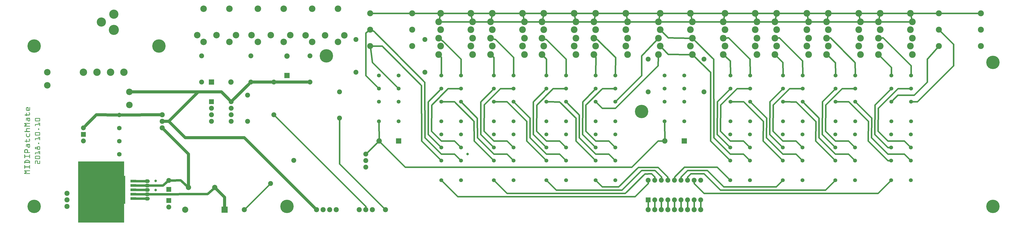
<source format=gtl>
G04 MADE WITH FRITZING*
G04 WWW.FRITZING.ORG*
G04 DOUBLE SIDED*
G04 HOLES PLATED*
G04 CONTOUR ON CENTER OF CONTOUR VECTOR*
%ASAXBY*%
%FSLAX23Y23*%
%MOIN*%
%OFA0B0*%
%SFA1.0B1.0*%
%ADD10C,0.154173*%
%ADD11C,0.140000*%
%ADD12C,0.082000*%
%ADD13C,0.099060*%
%ADD14C,0.075000*%
%ADD15C,0.078000*%
%ADD16C,0.053307*%
%ADD17C,0.099055*%
%ADD18C,0.039370*%
%ADD19C,0.080000*%
%ADD20C,0.094000*%
%ADD21C,0.112000*%
%ADD22C,0.074000*%
%ADD23C,0.070000*%
%ADD24C,0.204725*%
%ADD25C,0.102362*%
%ADD26C,0.091417*%
%ADD27C,0.059000*%
%ADD28R,0.082000X0.082000*%
%ADD29R,0.075000X0.075000*%
%ADD30R,0.702222X0.933333*%
%ADD31R,0.410000X0.425000*%
%ADD32R,0.085000X0.042000*%
%ADD33R,0.094000X0.094000*%
%ADD34C,0.057087*%
%ADD35C,0.024000*%
%ADD36C,0.048000*%
%ADD37C,0.036000*%
%ADD38R,0.001000X0.001000*%
%LNCOPPER1*%
G90*
G70*
G54D10*
X1497Y2994D03*
G54D11*
X1497Y3234D03*
X1307Y3114D03*
G54D12*
X10182Y1297D03*
X9884Y1297D03*
G54D13*
X5007Y2911D03*
X4909Y2810D03*
X4712Y2911D03*
X4515Y2810D03*
X4417Y2911D03*
X4909Y3317D03*
X4515Y3317D03*
G54D14*
X4482Y2597D03*
X4482Y2197D03*
X4932Y2047D03*
X4932Y1647D03*
G54D15*
X5632Y247D03*
G54D14*
X2332Y557D03*
X2332Y695D03*
G54D16*
X2002Y685D03*
X2002Y618D03*
X2002Y551D03*
X2002Y484D03*
X2002Y417D03*
G54D17*
X482Y2347D03*
X482Y2147D03*
G54D15*
X2232Y1697D03*
X2232Y1597D03*
X2232Y1497D03*
G54D18*
X2132Y547D03*
X2132Y687D03*
G54D17*
X1732Y2047D03*
X1732Y1847D03*
G54D14*
X2332Y387D03*
X2332Y287D03*
G54D19*
X2632Y587D03*
X3032Y587D03*
G54D15*
X782Y497D03*
X782Y397D03*
X782Y297D03*
G54D20*
X3182Y247D03*
X2582Y247D03*
G54D18*
X6882Y1097D03*
G54D15*
X3482Y247D03*
G54D21*
X1032Y2347D03*
X1238Y2347D03*
X1444Y2347D03*
X1650Y2347D03*
X1032Y2347D03*
X1238Y2347D03*
X1444Y2347D03*
X1650Y2347D03*
G54D22*
X1032Y1297D03*
X1032Y1397D03*
X1032Y1497D03*
X1032Y1297D03*
X1032Y1397D03*
X1032Y1497D03*
G54D23*
X1578Y1495D03*
X1578Y1695D03*
X1578Y1295D03*
X1578Y1095D03*
G54D24*
X9532Y1747D03*
X14882Y297D03*
X14882Y2497D03*
X282Y2747D03*
X282Y297D03*
X2182Y2747D03*
X4732Y2597D03*
X4132Y297D03*
G54D15*
X4582Y247D03*
X4682Y247D03*
X4782Y247D03*
X4882Y247D03*
X5432Y247D03*
X5332Y247D03*
X5232Y247D03*
G54D12*
X4132Y2297D03*
X4132Y2595D03*
G54D25*
X9816Y3247D03*
X9816Y2997D03*
X9816Y2747D03*
X10276Y3247D03*
X10276Y2997D03*
X10276Y2747D03*
X9788Y3119D03*
X9788Y2869D03*
X9788Y2619D03*
X10304Y3119D03*
X10304Y2869D03*
X10304Y2619D03*
X6471Y3247D03*
X6471Y2997D03*
X6471Y2747D03*
X6931Y3247D03*
X6931Y2997D03*
X6931Y2747D03*
X6443Y3119D03*
X6443Y2869D03*
X6443Y2619D03*
X6959Y3119D03*
X6959Y2869D03*
X6959Y2619D03*
X7260Y3247D03*
X7260Y2997D03*
X7260Y2747D03*
X7720Y3247D03*
X7720Y2997D03*
X7720Y2747D03*
X7232Y3119D03*
X7232Y2869D03*
X7232Y2619D03*
X7748Y3119D03*
X7748Y2869D03*
X7748Y2619D03*
X8832Y3247D03*
X8832Y2997D03*
X8832Y2747D03*
X9293Y3247D03*
X9293Y2997D03*
X9293Y2747D03*
X8804Y3119D03*
X8804Y2869D03*
X8804Y2619D03*
X9320Y3119D03*
X9320Y2869D03*
X9320Y2619D03*
X8043Y3247D03*
X8043Y2997D03*
X8043Y2747D03*
X8504Y3247D03*
X8504Y2997D03*
X8504Y2747D03*
X8016Y3119D03*
X8016Y2869D03*
X8016Y2619D03*
X8532Y3119D03*
X8532Y2869D03*
X8532Y2619D03*
X10802Y3247D03*
X10802Y2997D03*
X10802Y2747D03*
X11263Y3247D03*
X11263Y2997D03*
X11263Y2747D03*
X10774Y3119D03*
X10774Y2869D03*
X10774Y2619D03*
X11290Y3119D03*
X11290Y2869D03*
X11290Y2619D03*
X11588Y3247D03*
X11588Y2997D03*
X11588Y2747D03*
X12049Y3247D03*
X12049Y2997D03*
X12049Y2747D03*
X11561Y3119D03*
X11561Y2869D03*
X11561Y2619D03*
X12076Y3119D03*
X12076Y2869D03*
X12076Y2619D03*
G54D14*
X9632Y397D03*
X9632Y697D03*
X9732Y397D03*
X9732Y697D03*
X9832Y397D03*
X9832Y697D03*
X9932Y397D03*
X9932Y697D03*
X10032Y397D03*
X10032Y697D03*
X10132Y397D03*
X10132Y697D03*
X10232Y397D03*
X10232Y697D03*
X10332Y397D03*
X10332Y697D03*
X10432Y397D03*
X10432Y697D03*
G54D25*
X13166Y3247D03*
X13166Y2997D03*
X13166Y2747D03*
X13627Y3247D03*
X13627Y2997D03*
X13627Y2747D03*
X13138Y3119D03*
X13138Y2869D03*
X13138Y2619D03*
X13654Y3119D03*
X13654Y2869D03*
X13654Y2619D03*
G54D26*
X5399Y3247D03*
X6038Y3247D03*
X5399Y2997D03*
X6038Y2997D03*
X5399Y2747D03*
X6038Y2747D03*
X14060Y3247D03*
X14699Y3247D03*
X14060Y2997D03*
X14699Y2997D03*
X14060Y2747D03*
X14699Y2747D03*
G54D25*
X12377Y3247D03*
X12377Y2997D03*
X12377Y2747D03*
X12838Y3247D03*
X12838Y2997D03*
X12838Y2747D03*
X12350Y3119D03*
X12350Y2869D03*
X12350Y2619D03*
X12865Y3119D03*
X12865Y2869D03*
X12865Y2619D03*
G54D15*
X10432Y247D03*
X10332Y247D03*
X10232Y247D03*
X10132Y247D03*
X10032Y247D03*
X9932Y247D03*
X9832Y247D03*
X9732Y247D03*
X9632Y247D03*
G54D27*
X13634Y1897D03*
X13334Y2297D03*
X13334Y2097D03*
X13334Y1897D03*
X13334Y1597D03*
X13634Y1597D03*
X13634Y2097D03*
X13634Y2297D03*
X12784Y1897D03*
X12484Y2297D03*
X12484Y2097D03*
X12484Y1897D03*
X12484Y1597D03*
X12784Y1597D03*
X12784Y2097D03*
X12784Y2297D03*
X11984Y1897D03*
X11684Y2297D03*
X11684Y2097D03*
X11684Y1897D03*
X11684Y1597D03*
X11984Y1597D03*
X11984Y2097D03*
X11984Y2297D03*
X11184Y1897D03*
X10884Y2297D03*
X10884Y2097D03*
X10884Y1897D03*
X10884Y1597D03*
X11184Y1597D03*
X11184Y2097D03*
X11184Y2297D03*
X9132Y1897D03*
X8832Y2297D03*
X8832Y2097D03*
X8832Y1897D03*
X8832Y1597D03*
X9132Y1597D03*
X9132Y2097D03*
X9132Y2297D03*
X8382Y1897D03*
X8082Y2297D03*
X8082Y2097D03*
X8082Y1897D03*
X8082Y1597D03*
X8382Y1597D03*
X8382Y2097D03*
X8382Y2297D03*
X7582Y1897D03*
X7282Y2297D03*
X7282Y2097D03*
X7282Y1897D03*
X7282Y1597D03*
X7582Y1597D03*
X7582Y2097D03*
X7582Y2297D03*
X6782Y1897D03*
X6482Y2297D03*
X6482Y2097D03*
X6482Y1897D03*
X6482Y1597D03*
X6782Y1597D03*
X6782Y2097D03*
X6782Y2297D03*
X6782Y997D03*
X6482Y1397D03*
X6482Y1197D03*
X6482Y997D03*
X6482Y697D03*
X6782Y697D03*
X6782Y1197D03*
X6782Y1397D03*
X7582Y997D03*
X7282Y1397D03*
X7282Y1197D03*
X7282Y997D03*
X7282Y697D03*
X7582Y697D03*
X7582Y1197D03*
X7582Y1397D03*
X8382Y997D03*
X8082Y1397D03*
X8082Y1197D03*
X8082Y997D03*
X8082Y697D03*
X8382Y697D03*
X8382Y1197D03*
X8382Y1397D03*
X11182Y997D03*
X10882Y1397D03*
X10882Y1197D03*
X10882Y997D03*
X10882Y697D03*
X11182Y697D03*
X11182Y1197D03*
X11182Y1397D03*
X11982Y997D03*
X11682Y1397D03*
X11682Y1197D03*
X11682Y997D03*
X11682Y697D03*
X11982Y697D03*
X11982Y1197D03*
X11982Y1397D03*
X12782Y997D03*
X12482Y1397D03*
X12482Y1197D03*
X12482Y997D03*
X12482Y697D03*
X12782Y697D03*
X12782Y1197D03*
X12782Y1397D03*
X13632Y997D03*
X13332Y1397D03*
X13332Y1197D03*
X13332Y997D03*
X13332Y697D03*
X13632Y697D03*
X13632Y1197D03*
X13632Y1397D03*
X10182Y1897D03*
X9882Y2297D03*
X9882Y2097D03*
X9882Y1897D03*
X9882Y1597D03*
X10182Y1597D03*
X10182Y2097D03*
X10182Y2297D03*
X5832Y1897D03*
X5532Y2297D03*
X5532Y2097D03*
X5532Y1897D03*
X5532Y1597D03*
X5832Y1597D03*
X5832Y2097D03*
X5832Y2297D03*
X9132Y997D03*
X8832Y1397D03*
X8832Y1197D03*
X8832Y997D03*
X8832Y697D03*
X9132Y697D03*
X9132Y1197D03*
X9132Y1397D03*
G54D14*
X2832Y2597D03*
X2832Y2197D03*
G54D12*
X2982Y2197D03*
X3280Y2197D03*
G54D14*
X3932Y2197D03*
X3932Y1697D03*
X3532Y1597D03*
X3532Y1997D03*
X3582Y2597D03*
X3582Y2197D03*
X2982Y1897D03*
X3282Y1897D03*
X2982Y1797D03*
X3282Y1797D03*
X2982Y1697D03*
X3282Y1697D03*
X2982Y1597D03*
X3282Y1597D03*
G54D13*
X4181Y2913D03*
X4083Y2812D03*
X3886Y2913D03*
X3689Y2812D03*
X3591Y2913D03*
X4083Y3319D03*
X3689Y3319D03*
X3354Y2913D03*
X3256Y2812D03*
X3059Y2913D03*
X2862Y2812D03*
X2764Y2913D03*
X3256Y3319D03*
X2862Y3319D03*
G54D14*
X5182Y2347D03*
X5182Y2847D03*
X9632Y2047D03*
X9632Y2547D03*
X10482Y2047D03*
X10482Y2547D03*
X6232Y2347D03*
X6232Y2847D03*
X5332Y1097D03*
X5332Y997D03*
X5332Y897D03*
X3882Y647D03*
X4235Y1001D03*
G54D12*
X5832Y1297D03*
X5534Y1297D03*
G54D28*
X10183Y1297D03*
G54D29*
X2332Y557D03*
G54D30*
X1302Y517D03*
G54D31*
X1464Y551D03*
G54D32*
X1792Y417D03*
X1792Y484D03*
X1792Y551D03*
X1792Y618D03*
X1792Y685D03*
G54D29*
X2332Y387D03*
G54D33*
X3182Y247D03*
G54D28*
X4132Y2296D03*
G54D29*
X9632Y397D03*
G54D28*
X2981Y2197D03*
G54D29*
X2982Y1897D03*
G54D28*
X5833Y1297D03*
G54D34*
X2013Y685D02*
X1991Y685D01*
D02*
X2013Y618D02*
X1991Y618D01*
D02*
X2013Y551D02*
X1991Y551D01*
D02*
X2013Y484D02*
X1991Y484D01*
D02*
X2013Y417D02*
X1991Y417D01*
G54D35*
D02*
X9884Y1329D02*
X9882Y1568D01*
G54D36*
D02*
X3972Y2197D02*
X4442Y2197D01*
D02*
X3554Y2169D02*
X3310Y1925D01*
D02*
X3622Y2197D02*
X3892Y2197D01*
G54D35*
D02*
X4932Y947D02*
X4932Y1618D01*
D02*
X5611Y268D02*
X4932Y947D01*
G54D37*
D02*
X1829Y685D02*
X1964Y685D01*
D02*
X2512Y697D02*
X2366Y695D01*
D02*
X2605Y612D02*
X2512Y697D01*
D02*
X2306Y673D02*
X2241Y617D01*
D02*
X2241Y617D02*
X2040Y618D01*
D02*
X3005Y562D02*
X2923Y488D01*
D02*
X2923Y488D02*
X2040Y484D01*
D02*
X1964Y417D02*
X1829Y417D01*
D02*
X1964Y484D02*
X1829Y484D01*
D02*
X1829Y551D02*
X1964Y551D01*
D02*
X1964Y618D02*
X1829Y618D01*
G54D36*
D02*
X2191Y1697D02*
X1615Y1695D01*
D02*
X2632Y1097D02*
X2632Y629D01*
D02*
X2261Y1468D02*
X2632Y1097D01*
D02*
X2332Y1597D02*
X2782Y2047D01*
D02*
X2782Y2047D02*
X1784Y2047D01*
D02*
X2273Y1597D02*
X2332Y1597D01*
D02*
X3182Y438D02*
X3182Y296D01*
D02*
X3062Y557D02*
X3182Y438D01*
D02*
X1230Y1699D02*
X1541Y1695D01*
D02*
X1061Y1527D02*
X1230Y1699D01*
G54D35*
D02*
X11281Y3161D02*
X11271Y3205D01*
D02*
X10295Y3161D02*
X10285Y3205D01*
D02*
X9797Y3161D02*
X9807Y3205D01*
D02*
X9311Y3161D02*
X9301Y3205D01*
D02*
X8523Y3161D02*
X8513Y3205D01*
D02*
X7739Y3161D02*
X7729Y3205D01*
D02*
X6950Y3161D02*
X6940Y3205D01*
D02*
X6078Y3247D02*
X6428Y3247D01*
D02*
X13669Y3247D02*
X14019Y3247D01*
D02*
X13645Y3161D02*
X13636Y3205D01*
D02*
X12856Y3161D02*
X12847Y3205D01*
D02*
X12067Y3161D02*
X12058Y3205D01*
D02*
X10783Y3161D02*
X10793Y3205D01*
D02*
X8813Y3161D02*
X8823Y3205D01*
D02*
X8025Y3161D02*
X8035Y3205D01*
D02*
X7241Y3161D02*
X7251Y3205D01*
D02*
X6452Y3161D02*
X6462Y3205D01*
D02*
X13147Y3161D02*
X13157Y3205D01*
D02*
X12359Y3161D02*
X12368Y3205D01*
D02*
X11570Y3161D02*
X11579Y3205D01*
G54D36*
D02*
X2582Y1347D02*
X3482Y1347D01*
D02*
X3482Y1347D02*
X4553Y276D01*
D02*
X2333Y1596D02*
X2582Y1347D01*
D02*
X2273Y1597D02*
X2333Y1596D01*
G54D35*
D02*
X9782Y1297D02*
X9852Y1297D01*
D02*
X9382Y897D02*
X9782Y1297D01*
D02*
X5932Y897D02*
X9382Y897D01*
D02*
X5532Y1297D02*
X5932Y897D01*
D02*
X5502Y1297D02*
X5532Y1297D01*
D02*
X3503Y268D02*
X3862Y627D01*
D02*
X5511Y1274D02*
X5352Y1117D01*
D02*
X9482Y895D02*
X9782Y895D01*
D02*
X9782Y895D02*
X9930Y747D01*
D02*
X9930Y747D02*
X9931Y726D01*
D02*
X9182Y597D02*
X9482Y895D01*
D02*
X8932Y597D02*
X9182Y597D01*
D02*
X8852Y677D02*
X8932Y597D01*
D02*
X10682Y897D02*
X10182Y899D01*
D02*
X10182Y899D02*
X10034Y747D01*
D02*
X10034Y747D02*
X10033Y726D01*
D02*
X10862Y717D02*
X10682Y897D01*
D02*
X5534Y1329D02*
X5532Y1568D01*
G54D36*
D02*
X2333Y1596D02*
X2273Y1597D01*
D02*
X2782Y2047D02*
X2333Y1596D01*
D02*
X3134Y2047D02*
X2782Y2047D01*
D02*
X3254Y1925D02*
X3134Y2047D01*
G54D35*
D02*
X5332Y297D02*
X5332Y277D01*
D02*
X3952Y1677D02*
X5332Y297D01*
D02*
X10232Y277D02*
X10232Y368D01*
D02*
X10132Y277D02*
X10132Y368D01*
D02*
X10032Y277D02*
X10032Y368D01*
D02*
X9932Y277D02*
X9932Y368D01*
D02*
X9832Y277D02*
X9832Y368D01*
D02*
X9732Y277D02*
X9732Y368D01*
D02*
X9632Y277D02*
X9632Y368D01*
D02*
X10432Y277D02*
X10432Y368D01*
D02*
X10332Y277D02*
X10332Y368D01*
D02*
X11432Y1347D02*
X11434Y1647D01*
D02*
X11434Y1647D02*
X11204Y1877D01*
D02*
X11882Y1097D02*
X11682Y1097D01*
D02*
X11682Y1097D02*
X11432Y1347D01*
D02*
X11962Y1017D02*
X11882Y1097D01*
D02*
X11382Y1297D02*
X11384Y1597D01*
D02*
X11084Y1897D02*
X10912Y1897D01*
D02*
X11384Y1597D02*
X11084Y1897D01*
D02*
X11662Y1017D02*
X11382Y1297D01*
D02*
X12232Y1347D02*
X12232Y1647D01*
D02*
X12232Y1647D02*
X12004Y1877D01*
D02*
X12682Y1097D02*
X12482Y1097D01*
D02*
X12482Y1097D02*
X12232Y1347D01*
D02*
X12762Y1017D02*
X12682Y1097D01*
D02*
X12182Y1297D02*
X12184Y1595D01*
D02*
X11884Y1895D02*
X11712Y1897D01*
D02*
X12184Y1595D02*
X11884Y1895D01*
D02*
X12462Y1017D02*
X12182Y1297D01*
D02*
X14282Y2447D02*
X13732Y1897D01*
D02*
X13732Y1897D02*
X13662Y1897D01*
D02*
X14282Y2773D02*
X14282Y2447D01*
D02*
X14088Y2968D02*
X14282Y2773D01*
D02*
X13432Y1997D02*
X13354Y1917D01*
D02*
X13682Y1997D02*
X13432Y1997D01*
D02*
X13882Y2197D02*
X13682Y1997D01*
D02*
X13882Y2547D02*
X13882Y2197D01*
D02*
X14033Y2717D02*
X13882Y2547D01*
D02*
X5582Y2747D02*
X5439Y2747D01*
D02*
X6232Y1347D02*
X6230Y2195D01*
D02*
X5456Y2973D02*
X5436Y2981D01*
D02*
X6230Y2195D02*
X5456Y2973D01*
D02*
X6482Y1097D02*
X6232Y1347D01*
D02*
X6682Y1097D02*
X6482Y1097D01*
D02*
X6762Y1017D02*
X6682Y1097D01*
D02*
X6182Y1297D02*
X6178Y2143D01*
D02*
X6178Y2143D02*
X5582Y2747D01*
D02*
X6462Y1017D02*
X6182Y1297D01*
D02*
X5439Y3247D02*
X5997Y3247D01*
D02*
X14658Y3247D02*
X14100Y3247D01*
D02*
X10582Y1297D02*
X10582Y2347D01*
D02*
X10582Y2347D02*
X10334Y2589D01*
D02*
X10862Y1017D02*
X10582Y1297D01*
D02*
X10630Y2547D02*
X10334Y2839D01*
D02*
X10632Y1347D02*
X10630Y2547D01*
D02*
X11082Y1097D02*
X10882Y1097D01*
D02*
X10882Y1097D02*
X10632Y1347D01*
D02*
X11162Y1017D02*
X11082Y1097D01*
D02*
X8232Y547D02*
X8102Y677D01*
D02*
X9232Y547D02*
X8232Y547D01*
D02*
X9532Y847D02*
X9232Y547D01*
D02*
X9734Y847D02*
X9532Y847D01*
D02*
X9834Y747D02*
X9734Y847D01*
D02*
X9833Y726D02*
X9834Y747D01*
D02*
X10282Y797D02*
X10232Y747D01*
D02*
X12332Y547D02*
X10732Y547D01*
D02*
X10482Y797D02*
X10282Y797D01*
D02*
X10732Y547D02*
X10482Y797D01*
D02*
X10232Y747D02*
X10232Y726D01*
D02*
X12462Y677D02*
X12332Y547D01*
D02*
X10782Y597D02*
X10533Y847D01*
D02*
X11582Y597D02*
X10782Y597D01*
D02*
X10232Y847D02*
X10132Y747D01*
D02*
X10533Y847D02*
X10232Y847D01*
D02*
X10132Y747D02*
X10132Y726D01*
D02*
X11662Y677D02*
X11582Y597D01*
D02*
X10332Y647D02*
X10332Y668D01*
D02*
X10482Y497D02*
X10332Y647D01*
D02*
X13132Y497D02*
X10482Y497D01*
D02*
X13312Y677D02*
X13132Y497D01*
D02*
X6732Y447D02*
X9432Y447D01*
D02*
X9432Y447D02*
X9632Y647D01*
D02*
X9632Y647D02*
X9632Y668D01*
D02*
X6502Y677D02*
X6732Y447D01*
D02*
X7482Y497D02*
X7302Y677D01*
D02*
X9282Y497D02*
X7482Y497D01*
D02*
X9582Y795D02*
X9282Y497D01*
D02*
X9682Y797D02*
X9582Y795D01*
D02*
X9732Y747D02*
X9682Y797D01*
D02*
X9732Y726D02*
X9732Y747D01*
D02*
X13634Y2447D02*
X13634Y2326D01*
D02*
X13334Y2421D02*
X13334Y2326D01*
D02*
X13168Y2589D02*
X13334Y2421D01*
D02*
X13208Y2873D02*
X13634Y2447D01*
D02*
X13181Y2871D02*
X13208Y2873D01*
D02*
X11182Y2547D02*
X11184Y2326D01*
D02*
X10856Y2873D02*
X11182Y2547D01*
D02*
X10817Y2871D02*
X10856Y2873D01*
D02*
X10882Y2521D02*
X10884Y2326D01*
D02*
X10806Y2590D02*
X10882Y2521D01*
D02*
X11982Y2521D02*
X11984Y2326D01*
D02*
X11630Y2873D02*
X11982Y2521D01*
D02*
X11603Y2871D02*
X11630Y2873D01*
D02*
X11682Y2499D02*
X11684Y2326D01*
D02*
X11591Y2589D02*
X11682Y2499D01*
D02*
X12482Y2495D02*
X12484Y2326D01*
D02*
X12381Y2590D02*
X12482Y2495D01*
D02*
X9132Y1797D02*
X9782Y2447D01*
D02*
X8832Y1297D02*
X8682Y1447D01*
D02*
X8682Y1447D02*
X8682Y1847D01*
D02*
X8934Y2099D02*
X9103Y2097D01*
D02*
X8682Y1847D02*
X8934Y2099D01*
D02*
X9032Y1297D02*
X8832Y1297D01*
D02*
X9112Y1217D02*
X9032Y1297D01*
D02*
X8632Y1397D02*
X8634Y1895D01*
D02*
X8634Y1895D02*
X8812Y2077D01*
D02*
X8812Y1217D02*
X8632Y1397D01*
D02*
X8834Y2573D02*
X8832Y2326D01*
D02*
X8827Y2583D02*
X8834Y2573D01*
D02*
X9134Y2573D02*
X9132Y2326D01*
D02*
X8856Y2847D02*
X9134Y2573D01*
D02*
X8844Y2852D02*
X8856Y2847D01*
D02*
X9532Y2297D02*
X9152Y1917D01*
D02*
X9532Y2597D02*
X9532Y2297D01*
D02*
X9759Y2838D02*
X9532Y2597D01*
D02*
X8932Y1797D02*
X9132Y1797D01*
D02*
X9782Y2447D02*
X9787Y2576D01*
D02*
X8852Y1877D02*
X8932Y1797D01*
D02*
X7932Y1447D02*
X7934Y1843D01*
D02*
X8182Y2099D02*
X8353Y2097D01*
D02*
X7934Y1843D02*
X8182Y2099D01*
D02*
X8282Y1297D02*
X8082Y1297D01*
D02*
X8082Y1297D02*
X7932Y1447D01*
D02*
X8362Y1217D02*
X8282Y1297D01*
D02*
X8582Y1347D02*
X8582Y1695D01*
D02*
X8582Y1695D02*
X8402Y1877D01*
D02*
X8832Y1097D02*
X8582Y1347D01*
D02*
X9032Y1097D02*
X8832Y1097D01*
D02*
X9112Y1017D02*
X9032Y1097D01*
D02*
X7882Y1397D02*
X7882Y1895D01*
D02*
X7882Y1895D02*
X8062Y2077D01*
D02*
X8062Y1217D02*
X7882Y1397D01*
D02*
X8382Y2547D02*
X8382Y2326D01*
D02*
X8082Y2847D02*
X8382Y2547D01*
D02*
X8056Y2855D02*
X8082Y2847D01*
D02*
X8082Y2547D02*
X8082Y2326D01*
D02*
X8045Y2588D02*
X8082Y2547D01*
D02*
X8282Y1895D02*
X8111Y1897D01*
D02*
X8532Y1647D02*
X8282Y1895D01*
D02*
X8532Y1297D02*
X8532Y1647D01*
D02*
X8812Y1017D02*
X8532Y1297D01*
D02*
X7082Y1397D02*
X7082Y1895D01*
D02*
X7082Y1895D02*
X7262Y2077D01*
D02*
X7262Y1217D02*
X7082Y1397D01*
D02*
X7582Y2573D02*
X7582Y2326D01*
D02*
X7308Y2847D02*
X7582Y2573D01*
D02*
X7273Y2857D02*
X7308Y2847D01*
D02*
X7282Y2573D02*
X7282Y2326D01*
D02*
X7263Y2590D02*
X7282Y2573D01*
D02*
X6782Y2547D02*
X6782Y2326D01*
D02*
X6508Y2821D02*
X6782Y2547D01*
D02*
X6477Y2844D02*
X6508Y2821D01*
D02*
X6482Y2573D02*
X6482Y2326D01*
D02*
X6471Y2586D02*
X6482Y2573D01*
D02*
X7782Y1297D02*
X7782Y1597D01*
D02*
X7482Y1897D02*
X7311Y1897D01*
D02*
X7782Y1597D02*
X7482Y1897D01*
D02*
X8062Y1017D02*
X7782Y1297D01*
D02*
X7832Y1647D02*
X7602Y1877D01*
D02*
X7832Y1347D02*
X7832Y1647D01*
D02*
X8082Y1097D02*
X7832Y1347D01*
D02*
X8282Y1097D02*
X8082Y1097D01*
D02*
X8362Y1017D02*
X8282Y1097D01*
D02*
X7132Y1447D02*
X7134Y1851D01*
D02*
X7282Y1297D02*
X7132Y1447D01*
D02*
X7382Y2097D02*
X7553Y2097D01*
D02*
X7134Y1851D02*
X7382Y2097D01*
D02*
X7482Y1297D02*
X7282Y1297D01*
D02*
X7562Y1217D02*
X7482Y1297D01*
D02*
X9934Y2873D02*
X9845Y2966D01*
D02*
X10261Y2869D02*
X9934Y2873D01*
D02*
X7032Y1347D02*
X7030Y1643D01*
D02*
X6982Y1297D02*
X6978Y1599D01*
D02*
X7030Y1643D02*
X6802Y1876D01*
D02*
X7282Y1097D02*
X7032Y1347D01*
D02*
X7482Y1097D02*
X7282Y1097D01*
D02*
X7562Y1017D02*
X7482Y1097D01*
D02*
X6682Y1897D02*
X6511Y1897D01*
D02*
X6978Y1599D02*
X6682Y1897D01*
D02*
X7262Y1017D02*
X6982Y1297D01*
D02*
X6332Y1447D02*
X6334Y1843D01*
D02*
X6582Y2097D02*
X6753Y2097D01*
D02*
X6334Y1843D02*
X6582Y2097D01*
D02*
X6682Y1297D02*
X6482Y1297D01*
D02*
X6482Y1297D02*
X6332Y1447D01*
D02*
X6762Y1217D02*
X6682Y1297D01*
D02*
X6282Y1397D02*
X6282Y1895D01*
D02*
X6282Y1895D02*
X6462Y2077D01*
D02*
X6462Y1217D02*
X6282Y1397D01*
D02*
X9934Y2621D02*
X9845Y2716D01*
D02*
X10261Y2619D02*
X9934Y2621D01*
D02*
X11484Y1897D02*
X11664Y2077D01*
D02*
X11482Y1397D02*
X11484Y1897D01*
D02*
X11662Y1217D02*
X11482Y1397D01*
D02*
X11532Y1447D02*
X11534Y1847D01*
D02*
X11784Y2097D02*
X11955Y2097D01*
D02*
X11534Y1847D02*
X11784Y2097D01*
D02*
X11882Y1297D02*
X11682Y1297D01*
D02*
X11682Y1297D02*
X11532Y1447D01*
D02*
X11962Y1217D02*
X11882Y1297D01*
D02*
X12282Y1397D02*
X12284Y1897D01*
D02*
X12284Y1897D02*
X12464Y2077D01*
D02*
X12462Y1217D02*
X12282Y1397D01*
D02*
X12332Y1447D02*
X12334Y1847D01*
D02*
X12584Y2097D02*
X12755Y2097D01*
D02*
X12334Y1847D02*
X12584Y2097D01*
D02*
X12682Y1297D02*
X12482Y1297D01*
D02*
X12482Y1297D02*
X12332Y1447D01*
D02*
X12762Y1217D02*
X12682Y1297D01*
D02*
X13132Y1447D02*
X13134Y1797D01*
D02*
X13434Y2097D02*
X13605Y2097D01*
D02*
X13134Y1797D02*
X13434Y2097D01*
D02*
X13532Y1297D02*
X13282Y1297D01*
D02*
X13282Y1297D02*
X13132Y1447D01*
D02*
X13612Y1217D02*
X13532Y1297D01*
D02*
X13082Y1397D02*
X13084Y1847D01*
D02*
X13084Y1847D02*
X13314Y2077D01*
D02*
X13282Y1197D02*
X13082Y1397D01*
D02*
X13303Y1197D02*
X13282Y1197D01*
D02*
X13032Y1347D02*
X13034Y1647D01*
D02*
X13034Y1647D02*
X12804Y1877D01*
D02*
X13532Y1097D02*
X13282Y1097D01*
D02*
X13282Y1097D02*
X13032Y1347D01*
D02*
X13612Y1017D02*
X13532Y1097D01*
D02*
X12982Y1297D02*
X12984Y1597D01*
D02*
X13282Y997D02*
X12982Y1297D01*
D02*
X12684Y1897D02*
X12512Y1897D01*
D02*
X12984Y1597D02*
X12684Y1897D01*
D02*
X13303Y997D02*
X13282Y997D01*
D02*
X10682Y1397D02*
X10684Y1897D01*
D02*
X10684Y1897D02*
X10864Y2077D01*
D02*
X10862Y1217D02*
X10682Y1397D01*
D02*
X10732Y1447D02*
X10734Y1847D01*
D02*
X10882Y1297D02*
X10732Y1447D01*
D02*
X10984Y2097D02*
X11155Y2097D01*
D02*
X10734Y1847D02*
X10984Y2097D01*
D02*
X11082Y1297D02*
X10882Y1297D01*
D02*
X11162Y1217D02*
X11082Y1297D01*
D02*
X7973Y3119D02*
X7790Y3119D01*
D02*
X7705Y3119D02*
X7275Y3119D01*
D02*
X7190Y3119D02*
X7002Y3119D01*
D02*
X6916Y3119D02*
X6486Y3119D01*
D02*
X10261Y3119D02*
X9831Y3119D01*
D02*
X9746Y3119D02*
X9363Y3119D01*
D02*
X9277Y3119D02*
X8847Y3119D01*
D02*
X8762Y3119D02*
X8574Y3119D01*
D02*
X8489Y3119D02*
X8059Y3119D01*
D02*
X12307Y3119D02*
X12119Y3119D01*
D02*
X12034Y3119D02*
X11603Y3119D01*
D02*
X11518Y3119D02*
X11333Y3119D01*
D02*
X11247Y3119D02*
X10817Y3119D01*
D02*
X10732Y3119D02*
X10347Y3119D01*
D02*
X13612Y3119D02*
X13181Y3119D01*
D02*
X13096Y3119D02*
X12908Y3119D01*
D02*
X12823Y3119D02*
X12392Y3119D01*
D02*
X12782Y2495D02*
X12784Y2326D01*
D02*
X12408Y2873D02*
X12782Y2495D01*
D02*
X12392Y2872D02*
X12408Y2873D01*
D02*
X7678Y3247D02*
X7302Y3247D01*
D02*
X7217Y3247D02*
X6974Y3247D01*
D02*
X6889Y3247D02*
X6513Y3247D01*
D02*
X9773Y3247D02*
X9335Y3247D01*
D02*
X9250Y3247D02*
X8875Y3247D01*
D02*
X8789Y3247D02*
X8547Y3247D01*
D02*
X8462Y3247D02*
X8086Y3247D01*
D02*
X8001Y3247D02*
X7763Y3247D01*
D02*
X12006Y3247D02*
X11631Y3247D01*
D02*
X11546Y3247D02*
X11305Y3247D01*
D02*
X11220Y3247D02*
X10844Y3247D01*
D02*
X10759Y3247D02*
X10319Y3247D01*
D02*
X10234Y3247D02*
X9858Y3247D01*
D02*
X13584Y3247D02*
X13209Y3247D01*
D02*
X13123Y3247D02*
X12880Y3247D01*
D02*
X12795Y3247D02*
X12420Y3247D01*
D02*
X12334Y3247D02*
X12091Y3247D01*
D02*
X5332Y2297D02*
X5332Y2947D01*
D02*
X5332Y2947D02*
X5366Y2973D01*
D02*
X5512Y2117D02*
X5332Y2297D01*
D02*
X5812Y2117D02*
X5432Y2497D01*
D02*
X5432Y2497D02*
X5404Y2707D01*
G54D38*
X173Y1812D02*
X193Y1812D01*
X213Y1812D02*
X217Y1812D01*
X171Y1811D02*
X194Y1811D01*
X211Y1811D02*
X218Y1811D01*
X169Y1810D02*
X195Y1810D01*
X211Y1810D02*
X219Y1810D01*
X167Y1809D02*
X196Y1809D01*
X210Y1809D02*
X219Y1809D01*
X166Y1808D02*
X196Y1808D01*
X210Y1808D02*
X220Y1808D01*
X165Y1807D02*
X196Y1807D01*
X210Y1807D02*
X220Y1807D01*
X164Y1806D02*
X196Y1806D01*
X210Y1806D02*
X220Y1806D01*
X164Y1805D02*
X196Y1805D01*
X210Y1805D02*
X220Y1805D01*
X163Y1804D02*
X196Y1804D01*
X210Y1804D02*
X220Y1804D01*
X162Y1803D02*
X196Y1803D01*
X210Y1803D02*
X220Y1803D01*
X161Y1802D02*
X196Y1802D01*
X210Y1802D02*
X220Y1802D01*
X160Y1801D02*
X175Y1801D01*
X186Y1801D02*
X196Y1801D01*
X210Y1801D02*
X220Y1801D01*
X160Y1800D02*
X173Y1800D01*
X186Y1800D02*
X196Y1800D01*
X210Y1800D02*
X220Y1800D01*
X159Y1799D02*
X172Y1799D01*
X186Y1799D02*
X196Y1799D01*
X210Y1799D02*
X220Y1799D01*
X159Y1798D02*
X171Y1798D01*
X186Y1798D02*
X196Y1798D01*
X210Y1798D02*
X220Y1798D01*
X158Y1797D02*
X170Y1797D01*
X186Y1797D02*
X196Y1797D01*
X210Y1797D02*
X220Y1797D01*
X158Y1796D02*
X169Y1796D01*
X186Y1796D02*
X196Y1796D01*
X210Y1796D02*
X220Y1796D01*
X158Y1795D02*
X169Y1795D01*
X186Y1795D02*
X196Y1795D01*
X210Y1795D02*
X220Y1795D01*
X158Y1794D02*
X168Y1794D01*
X186Y1794D02*
X196Y1794D01*
X210Y1794D02*
X220Y1794D01*
X158Y1793D02*
X168Y1793D01*
X186Y1793D02*
X196Y1793D01*
X210Y1793D02*
X220Y1793D01*
X158Y1792D02*
X168Y1792D01*
X186Y1792D02*
X196Y1792D01*
X210Y1792D02*
X220Y1792D01*
X158Y1791D02*
X168Y1791D01*
X186Y1791D02*
X196Y1791D01*
X210Y1791D02*
X220Y1791D01*
X158Y1790D02*
X168Y1790D01*
X186Y1790D02*
X196Y1790D01*
X210Y1790D02*
X220Y1790D01*
X158Y1789D02*
X168Y1789D01*
X186Y1789D02*
X196Y1789D01*
X210Y1789D02*
X220Y1789D01*
X158Y1788D02*
X168Y1788D01*
X186Y1788D02*
X196Y1788D01*
X210Y1788D02*
X220Y1788D01*
X158Y1787D02*
X168Y1787D01*
X186Y1787D02*
X196Y1787D01*
X210Y1787D02*
X220Y1787D01*
X158Y1786D02*
X168Y1786D01*
X186Y1786D02*
X196Y1786D01*
X210Y1786D02*
X220Y1786D01*
X158Y1785D02*
X168Y1785D01*
X186Y1785D02*
X196Y1785D01*
X210Y1785D02*
X220Y1785D01*
X158Y1784D02*
X168Y1784D01*
X186Y1784D02*
X196Y1784D01*
X210Y1784D02*
X220Y1784D01*
X158Y1783D02*
X168Y1783D01*
X186Y1783D02*
X196Y1783D01*
X210Y1783D02*
X220Y1783D01*
X158Y1782D02*
X168Y1782D01*
X186Y1782D02*
X196Y1782D01*
X210Y1782D02*
X220Y1782D01*
X158Y1781D02*
X168Y1781D01*
X186Y1781D02*
X196Y1781D01*
X210Y1781D02*
X220Y1781D01*
X158Y1780D02*
X168Y1780D01*
X186Y1780D02*
X196Y1780D01*
X210Y1780D02*
X220Y1780D01*
X158Y1779D02*
X168Y1779D01*
X186Y1779D02*
X196Y1779D01*
X210Y1779D02*
X220Y1779D01*
X158Y1778D02*
X168Y1778D01*
X186Y1778D02*
X196Y1778D01*
X210Y1778D02*
X220Y1778D01*
X158Y1777D02*
X168Y1777D01*
X186Y1777D02*
X196Y1777D01*
X209Y1777D02*
X220Y1777D01*
X158Y1776D02*
X168Y1776D01*
X186Y1776D02*
X196Y1776D01*
X209Y1776D02*
X220Y1776D01*
X158Y1775D02*
X169Y1775D01*
X186Y1775D02*
X196Y1775D01*
X209Y1775D02*
X220Y1775D01*
X158Y1774D02*
X169Y1774D01*
X186Y1774D02*
X196Y1774D01*
X208Y1774D02*
X219Y1774D01*
X158Y1773D02*
X170Y1773D01*
X186Y1773D02*
X196Y1773D01*
X207Y1773D02*
X219Y1773D01*
X159Y1772D02*
X171Y1772D01*
X186Y1772D02*
X196Y1772D01*
X206Y1772D02*
X219Y1772D01*
X159Y1771D02*
X172Y1771D01*
X186Y1771D02*
X196Y1771D01*
X205Y1771D02*
X218Y1771D01*
X160Y1770D02*
X173Y1770D01*
X186Y1770D02*
X196Y1770D01*
X204Y1770D02*
X218Y1770D01*
X160Y1769D02*
X175Y1769D01*
X186Y1769D02*
X196Y1769D01*
X203Y1769D02*
X217Y1769D01*
X161Y1768D02*
X217Y1768D01*
X162Y1767D02*
X216Y1767D01*
X163Y1766D02*
X215Y1766D01*
X164Y1765D02*
X214Y1765D01*
X164Y1764D02*
X213Y1764D01*
X165Y1763D02*
X212Y1763D01*
X166Y1762D02*
X211Y1762D01*
X167Y1761D02*
X210Y1761D01*
X169Y1760D02*
X209Y1760D01*
X171Y1759D02*
X207Y1759D01*
X173Y1758D02*
X205Y1758D01*
X204Y1732D02*
X207Y1732D01*
X202Y1731D02*
X209Y1731D01*
X201Y1730D02*
X211Y1730D01*
X201Y1729D02*
X213Y1729D01*
X200Y1728D02*
X214Y1728D01*
X200Y1727D02*
X215Y1727D01*
X161Y1726D02*
X165Y1726D01*
X200Y1726D02*
X216Y1726D01*
X159Y1725D02*
X166Y1725D01*
X200Y1725D02*
X217Y1725D01*
X159Y1724D02*
X167Y1724D01*
X201Y1724D02*
X217Y1724D01*
X158Y1723D02*
X167Y1723D01*
X202Y1723D02*
X218Y1723D01*
X158Y1722D02*
X168Y1722D01*
X203Y1722D02*
X218Y1722D01*
X158Y1721D02*
X168Y1721D01*
X205Y1721D02*
X219Y1721D01*
X158Y1720D02*
X168Y1720D01*
X207Y1720D02*
X219Y1720D01*
X158Y1719D02*
X168Y1719D01*
X208Y1719D02*
X219Y1719D01*
X158Y1718D02*
X168Y1718D01*
X209Y1718D02*
X220Y1718D01*
X158Y1717D02*
X168Y1717D01*
X209Y1717D02*
X220Y1717D01*
X158Y1716D02*
X168Y1716D01*
X209Y1716D02*
X220Y1716D01*
X158Y1715D02*
X168Y1715D01*
X210Y1715D02*
X220Y1715D01*
X158Y1714D02*
X168Y1714D01*
X210Y1714D02*
X220Y1714D01*
X158Y1713D02*
X168Y1713D01*
X210Y1713D02*
X220Y1713D01*
X158Y1712D02*
X168Y1712D01*
X210Y1712D02*
X220Y1712D01*
X158Y1711D02*
X168Y1711D01*
X210Y1711D02*
X220Y1711D01*
X158Y1710D02*
X168Y1710D01*
X210Y1710D02*
X220Y1710D01*
X158Y1709D02*
X168Y1709D01*
X210Y1709D02*
X220Y1709D01*
X158Y1708D02*
X168Y1708D01*
X210Y1708D02*
X220Y1708D01*
X158Y1707D02*
X168Y1707D01*
X210Y1707D02*
X220Y1707D01*
X158Y1706D02*
X168Y1706D01*
X210Y1706D02*
X220Y1706D01*
X158Y1705D02*
X168Y1705D01*
X210Y1705D02*
X220Y1705D01*
X158Y1704D02*
X168Y1704D01*
X209Y1704D02*
X220Y1704D01*
X158Y1703D02*
X168Y1703D01*
X209Y1703D02*
X220Y1703D01*
X158Y1702D02*
X168Y1702D01*
X209Y1702D02*
X220Y1702D01*
X158Y1701D02*
X168Y1701D01*
X208Y1701D02*
X219Y1701D01*
X158Y1700D02*
X168Y1700D01*
X207Y1700D02*
X219Y1700D01*
X143Y1699D02*
X219Y1699D01*
X141Y1698D02*
X218Y1698D01*
X140Y1697D02*
X218Y1697D01*
X139Y1696D02*
X217Y1696D01*
X139Y1695D02*
X217Y1695D01*
X139Y1694D02*
X216Y1694D01*
X139Y1693D02*
X215Y1693D01*
X139Y1692D02*
X214Y1692D01*
X139Y1691D02*
X213Y1691D01*
X140Y1690D02*
X211Y1690D01*
X141Y1689D02*
X209Y1689D01*
X144Y1688D02*
X204Y1688D01*
X158Y1687D02*
X168Y1687D01*
X158Y1686D02*
X168Y1686D01*
X158Y1685D02*
X168Y1685D01*
X158Y1684D02*
X168Y1684D01*
X158Y1683D02*
X168Y1683D01*
X158Y1682D02*
X168Y1682D01*
X158Y1681D02*
X168Y1681D01*
X158Y1680D02*
X167Y1680D01*
X159Y1679D02*
X167Y1679D01*
X160Y1678D02*
X166Y1678D01*
X188Y1651D02*
X217Y1651D01*
X170Y1650D02*
X218Y1650D01*
X167Y1649D02*
X219Y1649D01*
X166Y1648D02*
X219Y1648D01*
X164Y1647D02*
X220Y1647D01*
X302Y1647D02*
X366Y1647D01*
X163Y1646D02*
X220Y1646D01*
X300Y1646D02*
X368Y1646D01*
X162Y1645D02*
X220Y1645D01*
X299Y1645D02*
X369Y1645D01*
X161Y1644D02*
X219Y1644D01*
X298Y1644D02*
X370Y1644D01*
X160Y1643D02*
X219Y1643D01*
X297Y1643D02*
X371Y1643D01*
X160Y1642D02*
X218Y1642D01*
X297Y1642D02*
X371Y1642D01*
X159Y1641D02*
X216Y1641D01*
X296Y1641D02*
X372Y1641D01*
X159Y1640D02*
X196Y1640D01*
X202Y1640D02*
X215Y1640D01*
X296Y1640D02*
X372Y1640D01*
X158Y1639D02*
X173Y1639D01*
X182Y1639D02*
X194Y1639D01*
X203Y1639D02*
X215Y1639D01*
X296Y1639D02*
X372Y1639D01*
X158Y1638D02*
X170Y1638D01*
X182Y1638D02*
X193Y1638D01*
X204Y1638D02*
X216Y1638D01*
X296Y1638D02*
X373Y1638D01*
X158Y1637D02*
X169Y1637D01*
X181Y1637D02*
X192Y1637D01*
X204Y1637D02*
X216Y1637D01*
X296Y1637D02*
X305Y1637D01*
X363Y1637D02*
X373Y1637D01*
X158Y1636D02*
X168Y1636D01*
X181Y1636D02*
X192Y1636D01*
X205Y1636D02*
X217Y1636D01*
X296Y1636D02*
X305Y1636D01*
X363Y1636D02*
X373Y1636D01*
X158Y1635D02*
X168Y1635D01*
X181Y1635D02*
X192Y1635D01*
X206Y1635D02*
X218Y1635D01*
X296Y1635D02*
X305Y1635D01*
X363Y1635D02*
X373Y1635D01*
X158Y1634D02*
X168Y1634D01*
X181Y1634D02*
X191Y1634D01*
X206Y1634D02*
X218Y1634D01*
X296Y1634D02*
X305Y1634D01*
X363Y1634D02*
X373Y1634D01*
X158Y1633D02*
X168Y1633D01*
X181Y1633D02*
X191Y1633D01*
X207Y1633D02*
X219Y1633D01*
X296Y1633D02*
X305Y1633D01*
X363Y1633D02*
X373Y1633D01*
X158Y1632D02*
X168Y1632D01*
X181Y1632D02*
X191Y1632D01*
X207Y1632D02*
X219Y1632D01*
X296Y1632D02*
X305Y1632D01*
X363Y1632D02*
X373Y1632D01*
X158Y1631D02*
X168Y1631D01*
X181Y1631D02*
X191Y1631D01*
X208Y1631D02*
X220Y1631D01*
X296Y1631D02*
X305Y1631D01*
X363Y1631D02*
X373Y1631D01*
X158Y1630D02*
X168Y1630D01*
X181Y1630D02*
X191Y1630D01*
X208Y1630D02*
X220Y1630D01*
X296Y1630D02*
X305Y1630D01*
X363Y1630D02*
X373Y1630D01*
X158Y1629D02*
X168Y1629D01*
X181Y1629D02*
X191Y1629D01*
X209Y1629D02*
X220Y1629D01*
X296Y1629D02*
X305Y1629D01*
X363Y1629D02*
X373Y1629D01*
X158Y1628D02*
X168Y1628D01*
X181Y1628D02*
X191Y1628D01*
X209Y1628D02*
X220Y1628D01*
X296Y1628D02*
X305Y1628D01*
X363Y1628D02*
X373Y1628D01*
X158Y1627D02*
X168Y1627D01*
X181Y1627D02*
X191Y1627D01*
X210Y1627D02*
X220Y1627D01*
X296Y1627D02*
X305Y1627D01*
X363Y1627D02*
X373Y1627D01*
X158Y1626D02*
X168Y1626D01*
X181Y1626D02*
X191Y1626D01*
X210Y1626D02*
X220Y1626D01*
X296Y1626D02*
X305Y1626D01*
X363Y1626D02*
X373Y1626D01*
X158Y1625D02*
X168Y1625D01*
X181Y1625D02*
X191Y1625D01*
X210Y1625D02*
X220Y1625D01*
X296Y1625D02*
X305Y1625D01*
X363Y1625D02*
X373Y1625D01*
X158Y1624D02*
X168Y1624D01*
X181Y1624D02*
X191Y1624D01*
X210Y1624D02*
X220Y1624D01*
X296Y1624D02*
X305Y1624D01*
X363Y1624D02*
X373Y1624D01*
X158Y1623D02*
X168Y1623D01*
X181Y1623D02*
X191Y1623D01*
X210Y1623D02*
X220Y1623D01*
X296Y1623D02*
X305Y1623D01*
X363Y1623D02*
X373Y1623D01*
X158Y1622D02*
X168Y1622D01*
X181Y1622D02*
X191Y1622D01*
X210Y1622D02*
X220Y1622D01*
X296Y1622D02*
X305Y1622D01*
X363Y1622D02*
X373Y1622D01*
X158Y1621D02*
X168Y1621D01*
X181Y1621D02*
X191Y1621D01*
X210Y1621D02*
X220Y1621D01*
X296Y1621D02*
X305Y1621D01*
X363Y1621D02*
X373Y1621D01*
X158Y1620D02*
X168Y1620D01*
X181Y1620D02*
X191Y1620D01*
X210Y1620D02*
X220Y1620D01*
X296Y1620D02*
X305Y1620D01*
X363Y1620D02*
X373Y1620D01*
X158Y1619D02*
X168Y1619D01*
X181Y1619D02*
X191Y1619D01*
X210Y1619D02*
X220Y1619D01*
X296Y1619D02*
X305Y1619D01*
X363Y1619D02*
X373Y1619D01*
X158Y1618D02*
X168Y1618D01*
X181Y1618D02*
X191Y1618D01*
X210Y1618D02*
X220Y1618D01*
X296Y1618D02*
X305Y1618D01*
X363Y1618D02*
X373Y1618D01*
X158Y1617D02*
X168Y1617D01*
X181Y1617D02*
X191Y1617D01*
X210Y1617D02*
X220Y1617D01*
X296Y1617D02*
X305Y1617D01*
X363Y1617D02*
X373Y1617D01*
X158Y1616D02*
X168Y1616D01*
X181Y1616D02*
X191Y1616D01*
X210Y1616D02*
X220Y1616D01*
X296Y1616D02*
X305Y1616D01*
X363Y1616D02*
X373Y1616D01*
X158Y1615D02*
X168Y1615D01*
X181Y1615D02*
X191Y1615D01*
X210Y1615D02*
X220Y1615D01*
X296Y1615D02*
X305Y1615D01*
X363Y1615D02*
X373Y1615D01*
X158Y1614D02*
X168Y1614D01*
X181Y1614D02*
X191Y1614D01*
X210Y1614D02*
X220Y1614D01*
X296Y1614D02*
X305Y1614D01*
X363Y1614D02*
X373Y1614D01*
X158Y1613D02*
X168Y1613D01*
X181Y1613D02*
X191Y1613D01*
X209Y1613D02*
X220Y1613D01*
X296Y1613D02*
X305Y1613D01*
X363Y1613D02*
X373Y1613D01*
X158Y1612D02*
X168Y1612D01*
X181Y1612D02*
X192Y1612D01*
X209Y1612D02*
X220Y1612D01*
X296Y1612D02*
X305Y1612D01*
X363Y1612D02*
X373Y1612D01*
X158Y1611D02*
X167Y1611D01*
X181Y1611D02*
X192Y1611D01*
X209Y1611D02*
X220Y1611D01*
X296Y1611D02*
X305Y1611D01*
X363Y1611D02*
X373Y1611D01*
X159Y1610D02*
X167Y1610D01*
X182Y1610D02*
X193Y1610D01*
X208Y1610D02*
X219Y1610D01*
X296Y1610D02*
X305Y1610D01*
X363Y1610D02*
X373Y1610D01*
X160Y1609D02*
X166Y1609D01*
X182Y1609D02*
X194Y1609D01*
X207Y1609D02*
X219Y1609D01*
X296Y1609D02*
X305Y1609D01*
X363Y1609D02*
X373Y1609D01*
X161Y1608D02*
X164Y1608D01*
X182Y1608D02*
X196Y1608D01*
X205Y1608D02*
X219Y1608D01*
X296Y1608D02*
X305Y1608D01*
X363Y1608D02*
X373Y1608D01*
X182Y1607D02*
X219Y1607D01*
X296Y1607D02*
X372Y1607D01*
X183Y1606D02*
X218Y1606D01*
X296Y1606D02*
X372Y1606D01*
X183Y1605D02*
X218Y1605D01*
X296Y1605D02*
X372Y1605D01*
X184Y1604D02*
X217Y1604D01*
X296Y1604D02*
X372Y1604D01*
X185Y1603D02*
X216Y1603D01*
X297Y1603D02*
X371Y1603D01*
X186Y1602D02*
X215Y1602D01*
X298Y1602D02*
X371Y1602D01*
X187Y1601D02*
X214Y1601D01*
X298Y1601D02*
X370Y1601D01*
X188Y1600D02*
X213Y1600D01*
X300Y1600D02*
X369Y1600D01*
X189Y1599D02*
X212Y1599D01*
X301Y1599D02*
X367Y1599D01*
X191Y1598D02*
X210Y1598D01*
X304Y1598D02*
X364Y1598D01*
X194Y1597D02*
X207Y1597D01*
X341Y1575D02*
X369Y1575D01*
X340Y1574D02*
X371Y1574D01*
X339Y1573D02*
X372Y1573D01*
X338Y1572D02*
X372Y1572D01*
X134Y1571D02*
X217Y1571D01*
X338Y1571D02*
X372Y1571D01*
X134Y1570D02*
X218Y1570D01*
X338Y1570D02*
X373Y1570D01*
X134Y1569D02*
X219Y1569D01*
X338Y1569D02*
X373Y1569D01*
X134Y1568D02*
X219Y1568D01*
X339Y1568D02*
X373Y1568D01*
X134Y1567D02*
X220Y1567D01*
X339Y1567D02*
X373Y1567D01*
X134Y1566D02*
X220Y1566D01*
X341Y1566D02*
X373Y1566D01*
X134Y1565D02*
X220Y1565D01*
X363Y1565D02*
X373Y1565D01*
X134Y1564D02*
X219Y1564D01*
X363Y1564D02*
X373Y1564D01*
X134Y1563D02*
X219Y1563D01*
X363Y1563D02*
X373Y1563D01*
X134Y1562D02*
X218Y1562D01*
X363Y1562D02*
X373Y1562D01*
X134Y1561D02*
X217Y1561D01*
X363Y1561D02*
X373Y1561D01*
X134Y1560D02*
X149Y1560D01*
X363Y1560D02*
X373Y1560D01*
X134Y1559D02*
X151Y1559D01*
X363Y1559D02*
X373Y1559D01*
X134Y1558D02*
X152Y1558D01*
X363Y1558D02*
X373Y1558D01*
X135Y1557D02*
X153Y1557D01*
X363Y1557D02*
X373Y1557D01*
X136Y1556D02*
X155Y1556D01*
X363Y1556D02*
X373Y1556D01*
X138Y1555D02*
X156Y1555D01*
X296Y1555D02*
X373Y1555D01*
X139Y1554D02*
X158Y1554D01*
X296Y1554D02*
X373Y1554D01*
X141Y1553D02*
X159Y1553D01*
X296Y1553D02*
X373Y1553D01*
X142Y1552D02*
X161Y1552D01*
X296Y1552D02*
X373Y1552D01*
X143Y1551D02*
X162Y1551D01*
X296Y1551D02*
X373Y1551D01*
X145Y1550D02*
X163Y1550D01*
X296Y1550D02*
X373Y1550D01*
X146Y1549D02*
X169Y1549D01*
X296Y1549D02*
X373Y1549D01*
X148Y1548D02*
X171Y1548D01*
X296Y1548D02*
X373Y1548D01*
X149Y1547D02*
X172Y1547D01*
X296Y1547D02*
X373Y1547D01*
X151Y1546D02*
X172Y1546D01*
X296Y1546D02*
X373Y1546D01*
X152Y1545D02*
X172Y1545D01*
X296Y1545D02*
X305Y1545D01*
X363Y1545D02*
X373Y1545D01*
X153Y1544D02*
X173Y1544D01*
X296Y1544D02*
X305Y1544D01*
X363Y1544D02*
X373Y1544D01*
X152Y1543D02*
X173Y1543D01*
X296Y1543D02*
X305Y1543D01*
X363Y1543D02*
X373Y1543D01*
X151Y1542D02*
X172Y1542D01*
X296Y1542D02*
X305Y1542D01*
X363Y1542D02*
X373Y1542D01*
X149Y1541D02*
X172Y1541D01*
X296Y1541D02*
X305Y1541D01*
X363Y1541D02*
X373Y1541D01*
X148Y1540D02*
X171Y1540D01*
X296Y1540D02*
X305Y1540D01*
X363Y1540D02*
X373Y1540D01*
X146Y1539D02*
X170Y1539D01*
X296Y1539D02*
X305Y1539D01*
X363Y1539D02*
X373Y1539D01*
X145Y1538D02*
X164Y1538D01*
X296Y1538D02*
X305Y1538D01*
X363Y1538D02*
X373Y1538D01*
X144Y1537D02*
X162Y1537D01*
X296Y1537D02*
X305Y1537D01*
X363Y1537D02*
X373Y1537D01*
X142Y1536D02*
X161Y1536D01*
X296Y1536D02*
X305Y1536D01*
X363Y1536D02*
X373Y1536D01*
X141Y1535D02*
X159Y1535D01*
X296Y1535D02*
X305Y1535D01*
X363Y1535D02*
X373Y1535D01*
X139Y1534D02*
X158Y1534D01*
X296Y1534D02*
X305Y1534D01*
X363Y1534D02*
X373Y1534D01*
X138Y1533D02*
X157Y1533D01*
X296Y1533D02*
X305Y1533D01*
X363Y1533D02*
X373Y1533D01*
X137Y1532D02*
X155Y1532D01*
X296Y1532D02*
X305Y1532D01*
X363Y1532D02*
X373Y1532D01*
X135Y1531D02*
X154Y1531D01*
X296Y1531D02*
X305Y1531D01*
X363Y1531D02*
X373Y1531D01*
X134Y1530D02*
X152Y1530D01*
X296Y1530D02*
X305Y1530D01*
X364Y1530D02*
X372Y1530D01*
X134Y1529D02*
X151Y1529D01*
X296Y1529D02*
X304Y1529D01*
X364Y1529D02*
X372Y1529D01*
X134Y1528D02*
X149Y1528D01*
X296Y1528D02*
X304Y1528D01*
X364Y1528D02*
X372Y1528D01*
X134Y1527D02*
X216Y1527D01*
X297Y1527D02*
X303Y1527D01*
X365Y1527D02*
X371Y1527D01*
X134Y1526D02*
X218Y1526D01*
X299Y1526D02*
X302Y1526D01*
X367Y1526D02*
X369Y1526D01*
X134Y1525D02*
X219Y1525D01*
X134Y1524D02*
X219Y1524D01*
X134Y1523D02*
X220Y1523D01*
X134Y1522D02*
X220Y1522D01*
X134Y1521D02*
X220Y1521D01*
X134Y1520D02*
X219Y1520D01*
X134Y1519D02*
X219Y1519D01*
X134Y1518D02*
X218Y1518D01*
X134Y1517D02*
X217Y1517D01*
X209Y1491D02*
X215Y1491D01*
X178Y1490D02*
X217Y1490D01*
X169Y1489D02*
X219Y1489D01*
X167Y1488D02*
X219Y1488D01*
X346Y1488D02*
X356Y1488D01*
X165Y1487D02*
X220Y1487D01*
X344Y1487D02*
X358Y1487D01*
X164Y1486D02*
X220Y1486D01*
X343Y1486D02*
X359Y1486D01*
X163Y1485D02*
X220Y1485D01*
X343Y1485D02*
X359Y1485D01*
X162Y1484D02*
X219Y1484D01*
X342Y1484D02*
X360Y1484D01*
X161Y1483D02*
X219Y1483D01*
X342Y1483D02*
X360Y1483D01*
X160Y1482D02*
X218Y1482D01*
X342Y1482D02*
X360Y1482D01*
X160Y1481D02*
X217Y1481D01*
X342Y1481D02*
X360Y1481D01*
X159Y1480D02*
X212Y1480D01*
X342Y1480D02*
X360Y1480D01*
X159Y1479D02*
X183Y1479D01*
X342Y1479D02*
X360Y1479D01*
X158Y1478D02*
X171Y1478D01*
X342Y1478D02*
X360Y1478D01*
X158Y1477D02*
X170Y1477D01*
X342Y1477D02*
X360Y1477D01*
X158Y1476D02*
X169Y1476D01*
X342Y1476D02*
X360Y1476D01*
X158Y1475D02*
X168Y1475D01*
X342Y1475D02*
X360Y1475D01*
X158Y1474D02*
X168Y1474D01*
X342Y1474D02*
X360Y1474D01*
X158Y1473D02*
X168Y1473D01*
X342Y1473D02*
X360Y1473D01*
X158Y1472D02*
X168Y1472D01*
X342Y1472D02*
X360Y1472D01*
X158Y1471D02*
X168Y1471D01*
X343Y1471D02*
X359Y1471D01*
X158Y1470D02*
X168Y1470D01*
X343Y1470D02*
X359Y1470D01*
X158Y1469D02*
X168Y1469D01*
X345Y1469D02*
X358Y1469D01*
X158Y1468D02*
X168Y1468D01*
X158Y1467D02*
X168Y1467D01*
X158Y1466D02*
X168Y1466D01*
X158Y1465D02*
X168Y1465D01*
X158Y1464D02*
X169Y1464D01*
X158Y1463D02*
X169Y1463D01*
X158Y1462D02*
X170Y1462D01*
X159Y1461D02*
X171Y1461D01*
X159Y1460D02*
X171Y1460D01*
X160Y1459D02*
X172Y1459D01*
X160Y1458D02*
X173Y1458D01*
X161Y1457D02*
X173Y1457D01*
X161Y1456D02*
X174Y1456D01*
X162Y1455D02*
X175Y1455D01*
X163Y1454D02*
X175Y1454D01*
X163Y1453D02*
X176Y1453D01*
X164Y1452D02*
X176Y1452D01*
X165Y1451D02*
X177Y1451D01*
X165Y1450D02*
X178Y1450D01*
X166Y1449D02*
X178Y1449D01*
X167Y1448D02*
X179Y1448D01*
X139Y1447D02*
X216Y1447D01*
X136Y1446D02*
X217Y1446D01*
X135Y1445D02*
X218Y1445D01*
X135Y1444D02*
X219Y1444D01*
X134Y1443D02*
X220Y1443D01*
X134Y1442D02*
X220Y1442D01*
X134Y1441D02*
X220Y1441D01*
X134Y1440D02*
X220Y1440D01*
X135Y1439D02*
X219Y1439D01*
X135Y1438D02*
X218Y1438D01*
X137Y1437D02*
X217Y1437D01*
X140Y1436D02*
X214Y1436D01*
X995Y1434D02*
X1068Y1434D01*
X995Y1433D02*
X1068Y1433D01*
X995Y1432D02*
X1068Y1432D01*
X995Y1431D02*
X1068Y1431D01*
X302Y1430D02*
X366Y1430D01*
X995Y1430D02*
X1068Y1430D01*
X300Y1429D02*
X368Y1429D01*
X995Y1429D02*
X1068Y1429D01*
X299Y1428D02*
X369Y1428D01*
X995Y1428D02*
X1068Y1428D01*
X298Y1427D02*
X370Y1427D01*
X995Y1427D02*
X1068Y1427D01*
X297Y1426D02*
X371Y1426D01*
X995Y1426D02*
X1068Y1426D01*
X297Y1425D02*
X371Y1425D01*
X995Y1425D02*
X1068Y1425D01*
X296Y1424D02*
X372Y1424D01*
X995Y1424D02*
X1068Y1424D01*
X296Y1423D02*
X372Y1423D01*
X995Y1423D02*
X1068Y1423D01*
X296Y1422D02*
X372Y1422D01*
X995Y1422D02*
X1068Y1422D01*
X296Y1421D02*
X373Y1421D01*
X995Y1421D02*
X1068Y1421D01*
X296Y1420D02*
X305Y1420D01*
X363Y1420D02*
X373Y1420D01*
X995Y1420D02*
X1068Y1420D01*
X296Y1419D02*
X305Y1419D01*
X363Y1419D02*
X373Y1419D01*
X995Y1419D02*
X1068Y1419D01*
X296Y1418D02*
X305Y1418D01*
X363Y1418D02*
X373Y1418D01*
X995Y1418D02*
X1068Y1418D01*
X296Y1417D02*
X305Y1417D01*
X363Y1417D02*
X373Y1417D01*
X995Y1417D02*
X1030Y1417D01*
X1032Y1417D02*
X1068Y1417D01*
X296Y1416D02*
X305Y1416D01*
X363Y1416D02*
X373Y1416D01*
X995Y1416D02*
X1025Y1416D01*
X1038Y1416D02*
X1068Y1416D01*
X296Y1415D02*
X305Y1415D01*
X363Y1415D02*
X373Y1415D01*
X995Y1415D02*
X1022Y1415D01*
X1040Y1415D02*
X1068Y1415D01*
X296Y1414D02*
X305Y1414D01*
X363Y1414D02*
X373Y1414D01*
X995Y1414D02*
X1020Y1414D01*
X1042Y1414D02*
X1068Y1414D01*
X296Y1413D02*
X305Y1413D01*
X363Y1413D02*
X373Y1413D01*
X995Y1413D02*
X1019Y1413D01*
X1044Y1413D02*
X1068Y1413D01*
X296Y1412D02*
X305Y1412D01*
X363Y1412D02*
X373Y1412D01*
X995Y1412D02*
X1018Y1412D01*
X1045Y1412D02*
X1068Y1412D01*
X296Y1411D02*
X305Y1411D01*
X363Y1411D02*
X373Y1411D01*
X995Y1411D02*
X1017Y1411D01*
X1046Y1411D02*
X1068Y1411D01*
X160Y1410D02*
X165Y1410D01*
X212Y1410D02*
X217Y1410D01*
X296Y1410D02*
X305Y1410D01*
X363Y1410D02*
X373Y1410D01*
X995Y1410D02*
X1016Y1410D01*
X1047Y1410D02*
X1068Y1410D01*
X159Y1409D02*
X166Y1409D01*
X211Y1409D02*
X218Y1409D01*
X296Y1409D02*
X305Y1409D01*
X363Y1409D02*
X373Y1409D01*
X995Y1409D02*
X1015Y1409D01*
X1048Y1409D02*
X1068Y1409D01*
X158Y1408D02*
X167Y1408D01*
X210Y1408D02*
X219Y1408D01*
X296Y1408D02*
X305Y1408D01*
X363Y1408D02*
X373Y1408D01*
X995Y1408D02*
X1014Y1408D01*
X1048Y1408D02*
X1068Y1408D01*
X158Y1407D02*
X168Y1407D01*
X210Y1407D02*
X219Y1407D01*
X296Y1407D02*
X305Y1407D01*
X363Y1407D02*
X373Y1407D01*
X995Y1407D02*
X1014Y1407D01*
X1049Y1407D02*
X1068Y1407D01*
X158Y1406D02*
X168Y1406D01*
X210Y1406D02*
X220Y1406D01*
X296Y1406D02*
X305Y1406D01*
X363Y1406D02*
X373Y1406D01*
X995Y1406D02*
X1013Y1406D01*
X1049Y1406D02*
X1068Y1406D01*
X158Y1405D02*
X168Y1405D01*
X210Y1405D02*
X220Y1405D01*
X296Y1405D02*
X305Y1405D01*
X363Y1405D02*
X373Y1405D01*
X995Y1405D02*
X1013Y1405D01*
X1050Y1405D02*
X1068Y1405D01*
X158Y1404D02*
X168Y1404D01*
X210Y1404D02*
X220Y1404D01*
X296Y1404D02*
X305Y1404D01*
X363Y1404D02*
X373Y1404D01*
X995Y1404D02*
X1012Y1404D01*
X1050Y1404D02*
X1068Y1404D01*
X158Y1403D02*
X168Y1403D01*
X210Y1403D02*
X220Y1403D01*
X296Y1403D02*
X305Y1403D01*
X363Y1403D02*
X373Y1403D01*
X995Y1403D02*
X1012Y1403D01*
X1051Y1403D02*
X1068Y1403D01*
X158Y1402D02*
X168Y1402D01*
X210Y1402D02*
X220Y1402D01*
X296Y1402D02*
X305Y1402D01*
X363Y1402D02*
X373Y1402D01*
X995Y1402D02*
X1012Y1402D01*
X1051Y1402D02*
X1068Y1402D01*
X158Y1401D02*
X168Y1401D01*
X210Y1401D02*
X220Y1401D01*
X296Y1401D02*
X305Y1401D01*
X363Y1401D02*
X373Y1401D01*
X995Y1401D02*
X1012Y1401D01*
X1051Y1401D02*
X1068Y1401D01*
X158Y1400D02*
X168Y1400D01*
X210Y1400D02*
X220Y1400D01*
X296Y1400D02*
X305Y1400D01*
X363Y1400D02*
X373Y1400D01*
X995Y1400D02*
X1011Y1400D01*
X1051Y1400D02*
X1068Y1400D01*
X158Y1399D02*
X168Y1399D01*
X210Y1399D02*
X220Y1399D01*
X296Y1399D02*
X305Y1399D01*
X363Y1399D02*
X373Y1399D01*
X995Y1399D02*
X1011Y1399D01*
X1051Y1399D02*
X1068Y1399D01*
X158Y1398D02*
X168Y1398D01*
X210Y1398D02*
X220Y1398D01*
X296Y1398D02*
X305Y1398D01*
X363Y1398D02*
X373Y1398D01*
X995Y1398D02*
X1011Y1398D01*
X1051Y1398D02*
X1068Y1398D01*
X158Y1397D02*
X168Y1397D01*
X210Y1397D02*
X220Y1397D01*
X296Y1397D02*
X305Y1397D01*
X363Y1397D02*
X373Y1397D01*
X995Y1397D02*
X1011Y1397D01*
X1052Y1397D02*
X1068Y1397D01*
X158Y1396D02*
X168Y1396D01*
X210Y1396D02*
X220Y1396D01*
X296Y1396D02*
X305Y1396D01*
X363Y1396D02*
X373Y1396D01*
X995Y1396D02*
X1011Y1396D01*
X1051Y1396D02*
X1068Y1396D01*
X158Y1395D02*
X168Y1395D01*
X210Y1395D02*
X220Y1395D01*
X296Y1395D02*
X305Y1395D01*
X363Y1395D02*
X373Y1395D01*
X995Y1395D02*
X1011Y1395D01*
X1051Y1395D02*
X1068Y1395D01*
X158Y1394D02*
X168Y1394D01*
X210Y1394D02*
X220Y1394D01*
X296Y1394D02*
X305Y1394D01*
X363Y1394D02*
X373Y1394D01*
X995Y1394D02*
X1012Y1394D01*
X1051Y1394D02*
X1068Y1394D01*
X158Y1393D02*
X168Y1393D01*
X210Y1393D02*
X220Y1393D01*
X296Y1393D02*
X305Y1393D01*
X363Y1393D02*
X373Y1393D01*
X995Y1393D02*
X1012Y1393D01*
X1051Y1393D02*
X1068Y1393D01*
X158Y1392D02*
X168Y1392D01*
X210Y1392D02*
X220Y1392D01*
X296Y1392D02*
X305Y1392D01*
X363Y1392D02*
X373Y1392D01*
X995Y1392D02*
X1012Y1392D01*
X1051Y1392D02*
X1068Y1392D01*
X158Y1391D02*
X168Y1391D01*
X210Y1391D02*
X220Y1391D01*
X296Y1391D02*
X373Y1391D01*
X995Y1391D02*
X1012Y1391D01*
X1050Y1391D02*
X1068Y1391D01*
X158Y1390D02*
X168Y1390D01*
X210Y1390D02*
X220Y1390D01*
X296Y1390D02*
X372Y1390D01*
X995Y1390D02*
X1013Y1390D01*
X1050Y1390D02*
X1068Y1390D01*
X158Y1389D02*
X168Y1389D01*
X210Y1389D02*
X220Y1389D01*
X296Y1389D02*
X372Y1389D01*
X995Y1389D02*
X1013Y1389D01*
X1050Y1389D02*
X1068Y1389D01*
X158Y1388D02*
X168Y1388D01*
X210Y1388D02*
X220Y1388D01*
X296Y1388D02*
X372Y1388D01*
X995Y1388D02*
X1014Y1388D01*
X1049Y1388D02*
X1068Y1388D01*
X158Y1387D02*
X168Y1387D01*
X210Y1387D02*
X220Y1387D01*
X296Y1387D02*
X372Y1387D01*
X995Y1387D02*
X1014Y1387D01*
X1049Y1387D02*
X1068Y1387D01*
X158Y1386D02*
X168Y1386D01*
X210Y1386D02*
X220Y1386D01*
X297Y1386D02*
X371Y1386D01*
X995Y1386D02*
X1015Y1386D01*
X1048Y1386D02*
X1068Y1386D01*
X158Y1385D02*
X168Y1385D01*
X210Y1385D02*
X220Y1385D01*
X298Y1385D02*
X370Y1385D01*
X995Y1385D02*
X1016Y1385D01*
X1047Y1385D02*
X1068Y1385D01*
X158Y1384D02*
X168Y1384D01*
X210Y1384D02*
X220Y1384D01*
X299Y1384D02*
X370Y1384D01*
X995Y1384D02*
X1016Y1384D01*
X1046Y1384D02*
X1068Y1384D01*
X158Y1383D02*
X168Y1383D01*
X210Y1383D02*
X220Y1383D01*
X300Y1383D02*
X368Y1383D01*
X995Y1383D02*
X1017Y1383D01*
X1045Y1383D02*
X1068Y1383D01*
X158Y1382D02*
X168Y1382D01*
X210Y1382D02*
X220Y1382D01*
X301Y1382D02*
X367Y1382D01*
X995Y1382D02*
X1019Y1382D01*
X1044Y1382D02*
X1068Y1382D01*
X158Y1381D02*
X168Y1381D01*
X209Y1381D02*
X220Y1381D01*
X305Y1381D02*
X363Y1381D01*
X995Y1381D02*
X1020Y1381D01*
X1043Y1381D02*
X1068Y1381D01*
X158Y1380D02*
X168Y1380D01*
X209Y1380D02*
X220Y1380D01*
X995Y1380D02*
X1022Y1380D01*
X1041Y1380D02*
X1068Y1380D01*
X158Y1379D02*
X169Y1379D01*
X209Y1379D02*
X220Y1379D01*
X995Y1379D02*
X1024Y1379D01*
X1039Y1379D02*
X1068Y1379D01*
X158Y1378D02*
X169Y1378D01*
X208Y1378D02*
X219Y1378D01*
X995Y1378D02*
X1028Y1378D01*
X1035Y1378D02*
X1068Y1378D01*
X158Y1377D02*
X170Y1377D01*
X207Y1377D02*
X219Y1377D01*
X995Y1377D02*
X1068Y1377D01*
X159Y1376D02*
X171Y1376D01*
X206Y1376D02*
X219Y1376D01*
X995Y1376D02*
X1068Y1376D01*
X159Y1375D02*
X172Y1375D01*
X205Y1375D02*
X218Y1375D01*
X995Y1375D02*
X1068Y1375D01*
X160Y1374D02*
X173Y1374D01*
X205Y1374D02*
X218Y1374D01*
X995Y1374D02*
X1068Y1374D01*
X160Y1373D02*
X174Y1373D01*
X204Y1373D02*
X217Y1373D01*
X995Y1373D02*
X1068Y1373D01*
X161Y1372D02*
X175Y1372D01*
X203Y1372D02*
X217Y1372D01*
X995Y1372D02*
X1068Y1372D01*
X161Y1371D02*
X175Y1371D01*
X202Y1371D02*
X216Y1371D01*
X995Y1371D02*
X1068Y1371D01*
X162Y1370D02*
X176Y1370D01*
X201Y1370D02*
X215Y1370D01*
X995Y1370D02*
X1068Y1370D01*
X163Y1369D02*
X177Y1369D01*
X200Y1369D02*
X214Y1369D01*
X995Y1369D02*
X1068Y1369D01*
X164Y1368D02*
X178Y1368D01*
X199Y1368D02*
X213Y1368D01*
X995Y1368D02*
X1068Y1368D01*
X165Y1367D02*
X180Y1367D01*
X197Y1367D02*
X212Y1367D01*
X995Y1367D02*
X1068Y1367D01*
X166Y1366D02*
X211Y1366D01*
X995Y1366D02*
X1068Y1366D01*
X167Y1365D02*
X211Y1365D01*
X995Y1365D02*
X1068Y1365D01*
X168Y1364D02*
X210Y1364D01*
X995Y1364D02*
X1068Y1364D01*
X168Y1363D02*
X209Y1363D01*
X995Y1363D02*
X1068Y1363D01*
X169Y1362D02*
X208Y1362D01*
X995Y1362D02*
X1068Y1362D01*
X170Y1361D02*
X207Y1361D01*
X995Y1361D02*
X1068Y1361D01*
X171Y1360D02*
X206Y1360D01*
X172Y1359D02*
X205Y1359D01*
X174Y1358D02*
X203Y1358D01*
X341Y1358D02*
X370Y1358D01*
X176Y1357D02*
X202Y1357D01*
X340Y1357D02*
X371Y1357D01*
X179Y1356D02*
X198Y1356D01*
X339Y1356D02*
X372Y1356D01*
X338Y1355D02*
X372Y1355D01*
X338Y1354D02*
X372Y1354D01*
X338Y1353D02*
X373Y1353D01*
X338Y1352D02*
X373Y1352D01*
X339Y1351D02*
X373Y1351D01*
X339Y1350D02*
X373Y1350D01*
X341Y1349D02*
X373Y1349D01*
X363Y1348D02*
X373Y1348D01*
X363Y1347D02*
X373Y1347D01*
X363Y1346D02*
X373Y1346D01*
X363Y1345D02*
X373Y1345D01*
X363Y1344D02*
X373Y1344D01*
X363Y1343D02*
X373Y1343D01*
X363Y1342D02*
X373Y1342D01*
X363Y1341D02*
X373Y1341D01*
X363Y1340D02*
X373Y1340D01*
X363Y1339D02*
X373Y1339D01*
X296Y1338D02*
X373Y1338D01*
X296Y1337D02*
X373Y1337D01*
X296Y1336D02*
X373Y1336D01*
X296Y1335D02*
X373Y1335D01*
X296Y1334D02*
X373Y1334D01*
X296Y1333D02*
X373Y1333D01*
X296Y1332D02*
X373Y1332D01*
X296Y1331D02*
X373Y1331D01*
X203Y1330D02*
X208Y1330D01*
X296Y1330D02*
X373Y1330D01*
X202Y1329D02*
X210Y1329D01*
X296Y1329D02*
X373Y1329D01*
X201Y1328D02*
X212Y1328D01*
X296Y1328D02*
X305Y1328D01*
X363Y1328D02*
X373Y1328D01*
X200Y1327D02*
X213Y1327D01*
X296Y1327D02*
X305Y1327D01*
X363Y1327D02*
X373Y1327D01*
X200Y1326D02*
X214Y1326D01*
X296Y1326D02*
X305Y1326D01*
X363Y1326D02*
X373Y1326D01*
X200Y1325D02*
X215Y1325D01*
X296Y1325D02*
X305Y1325D01*
X363Y1325D02*
X373Y1325D01*
X160Y1324D02*
X165Y1324D01*
X200Y1324D02*
X216Y1324D01*
X296Y1324D02*
X305Y1324D01*
X363Y1324D02*
X373Y1324D01*
X159Y1323D02*
X167Y1323D01*
X201Y1323D02*
X217Y1323D01*
X296Y1323D02*
X305Y1323D01*
X363Y1323D02*
X373Y1323D01*
X158Y1322D02*
X167Y1322D01*
X201Y1322D02*
X218Y1322D01*
X296Y1322D02*
X305Y1322D01*
X363Y1322D02*
X373Y1322D01*
X158Y1321D02*
X168Y1321D01*
X202Y1321D02*
X218Y1321D01*
X296Y1321D02*
X305Y1321D01*
X363Y1321D02*
X373Y1321D01*
X158Y1320D02*
X168Y1320D01*
X204Y1320D02*
X219Y1320D01*
X296Y1320D02*
X305Y1320D01*
X363Y1320D02*
X373Y1320D01*
X158Y1319D02*
X168Y1319D01*
X206Y1319D02*
X219Y1319D01*
X296Y1319D02*
X305Y1319D01*
X363Y1319D02*
X373Y1319D01*
X158Y1318D02*
X168Y1318D01*
X207Y1318D02*
X219Y1318D01*
X296Y1318D02*
X305Y1318D01*
X363Y1318D02*
X373Y1318D01*
X158Y1317D02*
X168Y1317D01*
X208Y1317D02*
X219Y1317D01*
X296Y1317D02*
X305Y1317D01*
X363Y1317D02*
X373Y1317D01*
X158Y1316D02*
X168Y1316D01*
X209Y1316D02*
X220Y1316D01*
X296Y1316D02*
X305Y1316D01*
X363Y1316D02*
X373Y1316D01*
X158Y1315D02*
X168Y1315D01*
X209Y1315D02*
X220Y1315D01*
X296Y1315D02*
X305Y1315D01*
X363Y1315D02*
X373Y1315D01*
X158Y1314D02*
X168Y1314D01*
X210Y1314D02*
X220Y1314D01*
X296Y1314D02*
X305Y1314D01*
X363Y1314D02*
X373Y1314D01*
X158Y1313D02*
X168Y1313D01*
X210Y1313D02*
X220Y1313D01*
X296Y1313D02*
X305Y1313D01*
X364Y1313D02*
X372Y1313D01*
X158Y1312D02*
X168Y1312D01*
X210Y1312D02*
X220Y1312D01*
X296Y1312D02*
X304Y1312D01*
X364Y1312D02*
X372Y1312D01*
X158Y1311D02*
X168Y1311D01*
X210Y1311D02*
X220Y1311D01*
X296Y1311D02*
X304Y1311D01*
X364Y1311D02*
X372Y1311D01*
X158Y1310D02*
X168Y1310D01*
X210Y1310D02*
X220Y1310D01*
X297Y1310D02*
X303Y1310D01*
X365Y1310D02*
X371Y1310D01*
X158Y1309D02*
X168Y1309D01*
X210Y1309D02*
X220Y1309D01*
X299Y1309D02*
X301Y1309D01*
X367Y1309D02*
X369Y1309D01*
X158Y1308D02*
X168Y1308D01*
X210Y1308D02*
X220Y1308D01*
X158Y1307D02*
X168Y1307D01*
X210Y1307D02*
X220Y1307D01*
X158Y1306D02*
X168Y1306D01*
X210Y1306D02*
X220Y1306D01*
X158Y1305D02*
X168Y1305D01*
X210Y1305D02*
X220Y1305D01*
X158Y1304D02*
X168Y1304D01*
X210Y1304D02*
X220Y1304D01*
X158Y1303D02*
X168Y1303D01*
X210Y1303D02*
X220Y1303D01*
X158Y1302D02*
X168Y1302D01*
X209Y1302D02*
X220Y1302D01*
X158Y1301D02*
X168Y1301D01*
X209Y1301D02*
X220Y1301D01*
X158Y1300D02*
X168Y1300D01*
X209Y1300D02*
X219Y1300D01*
X158Y1299D02*
X168Y1299D01*
X208Y1299D02*
X219Y1299D01*
X158Y1298D02*
X168Y1298D01*
X206Y1298D02*
X219Y1298D01*
X142Y1297D02*
X219Y1297D01*
X141Y1296D02*
X218Y1296D01*
X140Y1295D02*
X218Y1295D01*
X139Y1294D02*
X217Y1294D01*
X139Y1293D02*
X216Y1293D01*
X139Y1292D02*
X215Y1292D01*
X139Y1291D02*
X215Y1291D01*
X139Y1290D02*
X213Y1290D01*
X140Y1289D02*
X212Y1289D01*
X140Y1288D02*
X210Y1288D01*
X142Y1287D02*
X208Y1287D01*
X158Y1286D02*
X168Y1286D01*
X158Y1285D02*
X168Y1285D01*
X158Y1284D02*
X168Y1284D01*
X158Y1283D02*
X168Y1283D01*
X158Y1282D02*
X168Y1282D01*
X158Y1281D02*
X168Y1281D01*
X158Y1280D02*
X168Y1280D01*
X158Y1279D02*
X168Y1279D01*
X159Y1278D02*
X167Y1278D01*
X159Y1277D02*
X166Y1277D01*
X161Y1276D02*
X165Y1276D01*
X346Y1271D02*
X356Y1271D01*
X344Y1270D02*
X358Y1270D01*
X343Y1269D02*
X359Y1269D01*
X343Y1268D02*
X359Y1268D01*
X342Y1267D02*
X360Y1267D01*
X342Y1266D02*
X360Y1266D01*
X342Y1265D02*
X360Y1265D01*
X342Y1264D02*
X360Y1264D01*
X342Y1263D02*
X360Y1263D01*
X342Y1262D02*
X360Y1262D01*
X342Y1261D02*
X360Y1261D01*
X342Y1260D02*
X360Y1260D01*
X342Y1259D02*
X360Y1259D01*
X342Y1258D02*
X360Y1258D01*
X342Y1257D02*
X360Y1257D01*
X342Y1256D02*
X360Y1256D01*
X342Y1255D02*
X360Y1255D01*
X343Y1254D02*
X359Y1254D01*
X344Y1253D02*
X359Y1253D01*
X345Y1252D02*
X357Y1252D01*
X206Y1250D02*
X216Y1250D01*
X177Y1249D02*
X218Y1249D01*
X169Y1248D02*
X219Y1248D01*
X167Y1247D02*
X219Y1247D01*
X165Y1246D02*
X219Y1246D01*
X164Y1245D02*
X220Y1245D01*
X163Y1244D02*
X220Y1244D01*
X162Y1243D02*
X219Y1243D01*
X161Y1242D02*
X219Y1242D01*
X160Y1241D02*
X218Y1241D01*
X160Y1240D02*
X217Y1240D01*
X159Y1239D02*
X215Y1239D01*
X159Y1238D02*
X195Y1238D01*
X203Y1238D02*
X215Y1238D01*
X158Y1237D02*
X171Y1237D01*
X182Y1237D02*
X193Y1237D01*
X203Y1237D02*
X215Y1237D01*
X158Y1236D02*
X169Y1236D01*
X182Y1236D02*
X193Y1236D01*
X204Y1236D02*
X216Y1236D01*
X158Y1235D02*
X168Y1235D01*
X181Y1235D02*
X192Y1235D01*
X205Y1235D02*
X217Y1235D01*
X158Y1234D02*
X168Y1234D01*
X181Y1234D02*
X192Y1234D01*
X205Y1234D02*
X217Y1234D01*
X158Y1233D02*
X168Y1233D01*
X181Y1233D02*
X191Y1233D01*
X206Y1233D02*
X218Y1233D01*
X158Y1232D02*
X168Y1232D01*
X181Y1232D02*
X191Y1232D01*
X206Y1232D02*
X218Y1232D01*
X158Y1231D02*
X168Y1231D01*
X181Y1231D02*
X191Y1231D01*
X207Y1231D02*
X219Y1231D01*
X158Y1230D02*
X168Y1230D01*
X181Y1230D02*
X191Y1230D01*
X207Y1230D02*
X219Y1230D01*
X158Y1229D02*
X168Y1229D01*
X181Y1229D02*
X191Y1229D01*
X208Y1229D02*
X220Y1229D01*
X158Y1228D02*
X168Y1228D01*
X181Y1228D02*
X191Y1228D01*
X209Y1228D02*
X220Y1228D01*
X158Y1227D02*
X168Y1227D01*
X181Y1227D02*
X191Y1227D01*
X209Y1227D02*
X220Y1227D01*
X158Y1226D02*
X168Y1226D01*
X181Y1226D02*
X191Y1226D01*
X210Y1226D02*
X220Y1226D01*
X158Y1225D02*
X168Y1225D01*
X181Y1225D02*
X191Y1225D01*
X210Y1225D02*
X220Y1225D01*
X158Y1224D02*
X168Y1224D01*
X181Y1224D02*
X191Y1224D01*
X210Y1224D02*
X220Y1224D01*
X158Y1223D02*
X168Y1223D01*
X181Y1223D02*
X191Y1223D01*
X210Y1223D02*
X220Y1223D01*
X158Y1222D02*
X168Y1222D01*
X181Y1222D02*
X191Y1222D01*
X210Y1222D02*
X220Y1222D01*
X158Y1221D02*
X168Y1221D01*
X181Y1221D02*
X191Y1221D01*
X210Y1221D02*
X220Y1221D01*
X158Y1220D02*
X168Y1220D01*
X181Y1220D02*
X191Y1220D01*
X210Y1220D02*
X220Y1220D01*
X158Y1219D02*
X168Y1219D01*
X181Y1219D02*
X191Y1219D01*
X210Y1219D02*
X220Y1219D01*
X158Y1218D02*
X168Y1218D01*
X181Y1218D02*
X191Y1218D01*
X210Y1218D02*
X220Y1218D01*
X158Y1217D02*
X168Y1217D01*
X181Y1217D02*
X191Y1217D01*
X210Y1217D02*
X220Y1217D01*
X158Y1216D02*
X168Y1216D01*
X181Y1216D02*
X191Y1216D01*
X210Y1216D02*
X220Y1216D01*
X158Y1215D02*
X168Y1215D01*
X181Y1215D02*
X191Y1215D01*
X210Y1215D02*
X220Y1215D01*
X158Y1214D02*
X168Y1214D01*
X181Y1214D02*
X191Y1214D01*
X210Y1214D02*
X220Y1214D01*
X158Y1213D02*
X168Y1213D01*
X181Y1213D02*
X191Y1213D01*
X210Y1213D02*
X220Y1213D01*
X336Y1213D02*
X367Y1213D01*
X158Y1212D02*
X168Y1212D01*
X181Y1212D02*
X191Y1212D01*
X210Y1212D02*
X220Y1212D01*
X334Y1212D02*
X368Y1212D01*
X158Y1211D02*
X168Y1211D01*
X181Y1211D02*
X192Y1211D01*
X209Y1211D02*
X220Y1211D01*
X333Y1211D02*
X369Y1211D01*
X158Y1210D02*
X168Y1210D01*
X181Y1210D02*
X192Y1210D01*
X209Y1210D02*
X220Y1210D01*
X332Y1210D02*
X370Y1210D01*
X158Y1209D02*
X167Y1209D01*
X181Y1209D02*
X192Y1209D01*
X209Y1209D02*
X220Y1209D01*
X331Y1209D02*
X371Y1209D01*
X159Y1208D02*
X167Y1208D01*
X182Y1208D02*
X193Y1208D01*
X208Y1208D02*
X219Y1208D01*
X330Y1208D02*
X372Y1208D01*
X160Y1207D02*
X165Y1207D01*
X182Y1207D02*
X194Y1207D01*
X207Y1207D02*
X219Y1207D01*
X330Y1207D02*
X372Y1207D01*
X182Y1206D02*
X219Y1206D01*
X330Y1206D02*
X372Y1206D01*
X183Y1205D02*
X218Y1205D01*
X330Y1205D02*
X372Y1205D01*
X183Y1204D02*
X218Y1204D01*
X329Y1204D02*
X373Y1204D01*
X184Y1203D02*
X217Y1203D01*
X298Y1203D02*
X339Y1203D01*
X363Y1203D02*
X373Y1203D01*
X184Y1202D02*
X217Y1202D01*
X297Y1202D02*
X339Y1202D01*
X363Y1202D02*
X373Y1202D01*
X185Y1201D02*
X216Y1201D01*
X296Y1201D02*
X339Y1201D01*
X363Y1201D02*
X373Y1201D01*
X186Y1200D02*
X215Y1200D01*
X296Y1200D02*
X339Y1200D01*
X363Y1200D02*
X373Y1200D01*
X187Y1199D02*
X214Y1199D01*
X296Y1199D02*
X339Y1199D01*
X363Y1199D02*
X373Y1199D01*
X188Y1198D02*
X213Y1198D01*
X296Y1198D02*
X339Y1198D01*
X363Y1198D02*
X373Y1198D01*
X190Y1197D02*
X211Y1197D01*
X296Y1197D02*
X339Y1197D01*
X363Y1197D02*
X373Y1197D01*
X192Y1196D02*
X209Y1196D01*
X296Y1196D02*
X339Y1196D01*
X363Y1196D02*
X373Y1196D01*
X198Y1195D02*
X203Y1195D01*
X296Y1195D02*
X339Y1195D01*
X363Y1195D02*
X373Y1195D01*
X296Y1194D02*
X339Y1194D01*
X363Y1194D02*
X373Y1194D01*
X296Y1193D02*
X305Y1193D01*
X329Y1193D02*
X339Y1193D01*
X363Y1193D02*
X373Y1193D01*
X296Y1192D02*
X305Y1192D01*
X329Y1192D02*
X339Y1192D01*
X363Y1192D02*
X373Y1192D01*
X296Y1191D02*
X305Y1191D01*
X329Y1191D02*
X339Y1191D01*
X363Y1191D02*
X373Y1191D01*
X296Y1190D02*
X305Y1190D01*
X329Y1190D02*
X339Y1190D01*
X363Y1190D02*
X373Y1190D01*
X296Y1189D02*
X305Y1189D01*
X329Y1189D02*
X339Y1189D01*
X363Y1189D02*
X373Y1189D01*
X296Y1188D02*
X305Y1188D01*
X329Y1188D02*
X339Y1188D01*
X363Y1188D02*
X373Y1188D01*
X296Y1187D02*
X305Y1187D01*
X329Y1187D02*
X339Y1187D01*
X363Y1187D02*
X373Y1187D01*
X296Y1186D02*
X305Y1186D01*
X329Y1186D02*
X339Y1186D01*
X363Y1186D02*
X373Y1186D01*
X296Y1185D02*
X305Y1185D01*
X329Y1185D02*
X339Y1185D01*
X363Y1185D02*
X373Y1185D01*
X296Y1184D02*
X339Y1184D01*
X363Y1184D02*
X373Y1184D01*
X296Y1183D02*
X339Y1183D01*
X363Y1183D02*
X373Y1183D01*
X296Y1182D02*
X339Y1182D01*
X363Y1182D02*
X373Y1182D01*
X296Y1181D02*
X339Y1181D01*
X363Y1181D02*
X373Y1181D01*
X296Y1180D02*
X339Y1180D01*
X363Y1180D02*
X373Y1180D01*
X296Y1179D02*
X339Y1179D01*
X363Y1179D02*
X373Y1179D01*
X296Y1178D02*
X339Y1178D01*
X363Y1178D02*
X373Y1178D01*
X296Y1177D02*
X339Y1177D01*
X363Y1177D02*
X373Y1177D01*
X297Y1176D02*
X339Y1176D01*
X363Y1176D02*
X373Y1176D01*
X298Y1175D02*
X339Y1175D01*
X363Y1175D02*
X373Y1175D01*
X329Y1174D02*
X373Y1174D01*
X330Y1173D02*
X372Y1173D01*
X330Y1172D02*
X372Y1172D01*
X330Y1171D02*
X372Y1171D01*
X151Y1170D02*
X170Y1170D01*
X330Y1170D02*
X372Y1170D01*
X145Y1169D02*
X175Y1169D01*
X331Y1169D02*
X371Y1169D01*
X143Y1168D02*
X178Y1168D01*
X332Y1168D02*
X370Y1168D01*
X141Y1167D02*
X179Y1167D01*
X333Y1167D02*
X369Y1167D01*
X140Y1166D02*
X181Y1166D01*
X334Y1166D02*
X368Y1166D01*
X139Y1165D02*
X182Y1165D01*
X335Y1165D02*
X367Y1165D01*
X138Y1164D02*
X183Y1164D01*
X137Y1163D02*
X183Y1163D01*
X137Y1162D02*
X184Y1162D01*
X136Y1161D02*
X185Y1161D01*
X136Y1160D02*
X185Y1160D01*
X135Y1159D02*
X186Y1159D01*
X135Y1158D02*
X147Y1158D01*
X174Y1158D02*
X186Y1158D01*
X135Y1157D02*
X146Y1157D01*
X175Y1157D02*
X186Y1157D01*
X134Y1156D02*
X145Y1156D01*
X176Y1156D02*
X186Y1156D01*
X134Y1155D02*
X145Y1155D01*
X176Y1155D02*
X187Y1155D01*
X134Y1154D02*
X144Y1154D01*
X176Y1154D02*
X187Y1154D01*
X134Y1153D02*
X144Y1153D01*
X177Y1153D02*
X187Y1153D01*
X134Y1152D02*
X144Y1152D01*
X177Y1152D02*
X187Y1152D01*
X134Y1151D02*
X144Y1151D01*
X177Y1151D02*
X187Y1151D01*
X134Y1150D02*
X144Y1150D01*
X177Y1150D02*
X187Y1150D01*
X134Y1149D02*
X144Y1149D01*
X177Y1149D02*
X187Y1149D01*
X134Y1148D02*
X144Y1148D01*
X177Y1148D02*
X187Y1148D01*
X134Y1147D02*
X144Y1147D01*
X177Y1147D02*
X187Y1147D01*
X134Y1146D02*
X144Y1146D01*
X177Y1146D02*
X187Y1146D01*
X134Y1145D02*
X144Y1145D01*
X177Y1145D02*
X187Y1145D01*
X134Y1144D02*
X144Y1144D01*
X177Y1144D02*
X187Y1144D01*
X134Y1143D02*
X144Y1143D01*
X177Y1143D02*
X187Y1143D01*
X134Y1142D02*
X144Y1142D01*
X177Y1142D02*
X187Y1142D01*
X134Y1141D02*
X144Y1141D01*
X177Y1141D02*
X187Y1141D01*
X341Y1141D02*
X370Y1141D01*
X134Y1140D02*
X144Y1140D01*
X177Y1140D02*
X187Y1140D01*
X339Y1140D02*
X371Y1140D01*
X134Y1139D02*
X144Y1139D01*
X177Y1139D02*
X187Y1139D01*
X339Y1139D02*
X372Y1139D01*
X134Y1138D02*
X144Y1138D01*
X177Y1138D02*
X187Y1138D01*
X338Y1138D02*
X372Y1138D01*
X134Y1137D02*
X144Y1137D01*
X177Y1137D02*
X187Y1137D01*
X338Y1137D02*
X372Y1137D01*
X134Y1136D02*
X144Y1136D01*
X177Y1136D02*
X187Y1136D01*
X338Y1136D02*
X373Y1136D01*
X134Y1135D02*
X144Y1135D01*
X177Y1135D02*
X187Y1135D01*
X338Y1135D02*
X373Y1135D01*
X134Y1134D02*
X144Y1134D01*
X177Y1134D02*
X187Y1134D01*
X339Y1134D02*
X373Y1134D01*
X134Y1133D02*
X144Y1133D01*
X177Y1133D02*
X187Y1133D01*
X339Y1133D02*
X373Y1133D01*
X134Y1132D02*
X144Y1132D01*
X177Y1132D02*
X187Y1132D01*
X341Y1132D02*
X373Y1132D01*
X134Y1131D02*
X144Y1131D01*
X177Y1131D02*
X187Y1131D01*
X363Y1131D02*
X373Y1131D01*
X134Y1130D02*
X144Y1130D01*
X177Y1130D02*
X187Y1130D01*
X363Y1130D02*
X373Y1130D01*
X134Y1129D02*
X144Y1129D01*
X177Y1129D02*
X187Y1129D01*
X363Y1129D02*
X373Y1129D01*
X134Y1128D02*
X144Y1128D01*
X177Y1128D02*
X187Y1128D01*
X363Y1128D02*
X373Y1128D01*
X134Y1127D02*
X144Y1127D01*
X177Y1127D02*
X187Y1127D01*
X363Y1127D02*
X373Y1127D01*
X134Y1126D02*
X145Y1126D01*
X176Y1126D02*
X187Y1126D01*
X363Y1126D02*
X373Y1126D01*
X134Y1125D02*
X217Y1125D01*
X363Y1125D02*
X373Y1125D01*
X134Y1124D02*
X218Y1124D01*
X363Y1124D02*
X373Y1124D01*
X134Y1123D02*
X219Y1123D01*
X363Y1123D02*
X373Y1123D01*
X134Y1122D02*
X219Y1122D01*
X363Y1122D02*
X373Y1122D01*
X134Y1121D02*
X220Y1121D01*
X296Y1121D02*
X373Y1121D01*
X134Y1120D02*
X220Y1120D01*
X296Y1120D02*
X373Y1120D01*
X134Y1119D02*
X220Y1119D01*
X296Y1119D02*
X373Y1119D01*
X134Y1118D02*
X219Y1118D01*
X296Y1118D02*
X373Y1118D01*
X134Y1117D02*
X219Y1117D01*
X296Y1117D02*
X373Y1117D01*
X134Y1116D02*
X218Y1116D01*
X296Y1116D02*
X373Y1116D01*
X134Y1115D02*
X216Y1115D01*
X296Y1115D02*
X373Y1115D01*
X296Y1114D02*
X373Y1114D01*
X296Y1113D02*
X373Y1113D01*
X296Y1112D02*
X373Y1112D01*
X296Y1111D02*
X305Y1111D01*
X363Y1111D02*
X373Y1111D01*
X296Y1110D02*
X305Y1110D01*
X363Y1110D02*
X373Y1110D01*
X296Y1109D02*
X305Y1109D01*
X363Y1109D02*
X373Y1109D01*
X296Y1108D02*
X305Y1108D01*
X363Y1108D02*
X373Y1108D01*
X296Y1107D02*
X305Y1107D01*
X363Y1107D02*
X373Y1107D01*
X296Y1106D02*
X305Y1106D01*
X363Y1106D02*
X373Y1106D01*
X296Y1105D02*
X305Y1105D01*
X363Y1105D02*
X373Y1105D01*
X296Y1104D02*
X305Y1104D01*
X363Y1104D02*
X373Y1104D01*
X296Y1103D02*
X305Y1103D01*
X363Y1103D02*
X373Y1103D01*
X296Y1102D02*
X305Y1102D01*
X363Y1102D02*
X373Y1102D01*
X296Y1101D02*
X305Y1101D01*
X363Y1101D02*
X373Y1101D01*
X296Y1100D02*
X305Y1100D01*
X363Y1100D02*
X373Y1100D01*
X296Y1099D02*
X305Y1099D01*
X363Y1099D02*
X373Y1099D01*
X296Y1098D02*
X305Y1098D01*
X363Y1098D02*
X373Y1098D01*
X296Y1097D02*
X305Y1097D01*
X363Y1097D02*
X373Y1097D01*
X296Y1096D02*
X304Y1096D01*
X364Y1096D02*
X372Y1096D01*
X296Y1095D02*
X304Y1095D01*
X364Y1095D02*
X372Y1095D01*
X297Y1094D02*
X304Y1094D01*
X364Y1094D02*
X372Y1094D01*
X297Y1093D02*
X303Y1093D01*
X365Y1093D02*
X371Y1093D01*
X300Y1092D02*
X301Y1092D01*
X367Y1092D02*
X368Y1092D01*
X137Y1089D02*
X141Y1089D01*
X213Y1089D02*
X217Y1089D01*
X136Y1088D02*
X143Y1088D01*
X211Y1088D02*
X218Y1088D01*
X135Y1087D02*
X143Y1087D01*
X211Y1087D02*
X219Y1087D01*
X134Y1086D02*
X144Y1086D01*
X210Y1086D02*
X219Y1086D01*
X134Y1085D02*
X144Y1085D01*
X210Y1085D02*
X220Y1085D01*
X134Y1084D02*
X144Y1084D01*
X210Y1084D02*
X220Y1084D01*
X134Y1083D02*
X144Y1083D01*
X210Y1083D02*
X220Y1083D01*
X134Y1082D02*
X144Y1082D01*
X210Y1082D02*
X220Y1082D01*
X134Y1081D02*
X144Y1081D01*
X210Y1081D02*
X220Y1081D01*
X134Y1080D02*
X144Y1080D01*
X210Y1080D02*
X220Y1080D01*
X134Y1079D02*
X144Y1079D01*
X210Y1079D02*
X220Y1079D01*
X134Y1078D02*
X144Y1078D01*
X210Y1078D02*
X220Y1078D01*
X134Y1077D02*
X144Y1077D01*
X210Y1077D02*
X220Y1077D01*
X134Y1076D02*
X144Y1076D01*
X210Y1076D02*
X220Y1076D01*
X134Y1075D02*
X144Y1075D01*
X210Y1075D02*
X220Y1075D01*
X134Y1074D02*
X144Y1074D01*
X210Y1074D02*
X220Y1074D01*
X134Y1073D02*
X144Y1073D01*
X210Y1073D02*
X220Y1073D01*
X134Y1072D02*
X144Y1072D01*
X210Y1072D02*
X220Y1072D01*
X134Y1071D02*
X144Y1071D01*
X210Y1071D02*
X220Y1071D01*
X134Y1070D02*
X144Y1070D01*
X210Y1070D02*
X220Y1070D01*
X134Y1069D02*
X144Y1069D01*
X210Y1069D02*
X220Y1069D01*
X303Y1069D02*
X365Y1069D01*
X134Y1068D02*
X144Y1068D01*
X209Y1068D02*
X220Y1068D01*
X301Y1068D02*
X367Y1068D01*
X134Y1067D02*
X220Y1067D01*
X299Y1067D02*
X369Y1067D01*
X134Y1066D02*
X220Y1066D01*
X298Y1066D02*
X370Y1066D01*
X134Y1065D02*
X220Y1065D01*
X298Y1065D02*
X371Y1065D01*
X134Y1064D02*
X220Y1064D01*
X297Y1064D02*
X371Y1064D01*
X134Y1063D02*
X220Y1063D01*
X296Y1063D02*
X372Y1063D01*
X134Y1062D02*
X220Y1062D01*
X296Y1062D02*
X372Y1062D01*
X134Y1061D02*
X220Y1061D01*
X296Y1061D02*
X372Y1061D01*
X134Y1060D02*
X220Y1060D01*
X296Y1060D02*
X372Y1060D01*
X134Y1059D02*
X220Y1059D01*
X296Y1059D02*
X305Y1059D01*
X363Y1059D02*
X373Y1059D01*
X134Y1058D02*
X220Y1058D01*
X296Y1058D02*
X305Y1058D01*
X363Y1058D02*
X373Y1058D01*
X134Y1057D02*
X220Y1057D01*
X296Y1057D02*
X305Y1057D01*
X363Y1057D02*
X373Y1057D01*
X134Y1056D02*
X144Y1056D01*
X209Y1056D02*
X220Y1056D01*
X296Y1056D02*
X305Y1056D01*
X363Y1056D02*
X373Y1056D01*
X134Y1055D02*
X144Y1055D01*
X210Y1055D02*
X220Y1055D01*
X296Y1055D02*
X305Y1055D01*
X363Y1055D02*
X373Y1055D01*
X134Y1054D02*
X144Y1054D01*
X210Y1054D02*
X220Y1054D01*
X296Y1054D02*
X305Y1054D01*
X363Y1054D02*
X373Y1054D01*
X134Y1053D02*
X144Y1053D01*
X210Y1053D02*
X220Y1053D01*
X296Y1053D02*
X305Y1053D01*
X363Y1053D02*
X373Y1053D01*
X134Y1052D02*
X144Y1052D01*
X210Y1052D02*
X220Y1052D01*
X296Y1052D02*
X305Y1052D01*
X363Y1052D02*
X373Y1052D01*
X134Y1051D02*
X144Y1051D01*
X210Y1051D02*
X220Y1051D01*
X296Y1051D02*
X305Y1051D01*
X363Y1051D02*
X373Y1051D01*
X134Y1050D02*
X144Y1050D01*
X210Y1050D02*
X220Y1050D01*
X296Y1050D02*
X305Y1050D01*
X363Y1050D02*
X373Y1050D01*
X134Y1049D02*
X144Y1049D01*
X210Y1049D02*
X220Y1049D01*
X296Y1049D02*
X305Y1049D01*
X363Y1049D02*
X373Y1049D01*
X134Y1048D02*
X144Y1048D01*
X210Y1048D02*
X220Y1048D01*
X296Y1048D02*
X305Y1048D01*
X363Y1048D02*
X373Y1048D01*
X134Y1047D02*
X144Y1047D01*
X210Y1047D02*
X220Y1047D01*
X296Y1047D02*
X305Y1047D01*
X363Y1047D02*
X373Y1047D01*
X134Y1046D02*
X144Y1046D01*
X210Y1046D02*
X220Y1046D01*
X296Y1046D02*
X305Y1046D01*
X363Y1046D02*
X373Y1046D01*
X134Y1045D02*
X144Y1045D01*
X210Y1045D02*
X220Y1045D01*
X296Y1045D02*
X305Y1045D01*
X363Y1045D02*
X373Y1045D01*
X134Y1044D02*
X144Y1044D01*
X210Y1044D02*
X220Y1044D01*
X296Y1044D02*
X305Y1044D01*
X363Y1044D02*
X373Y1044D01*
X134Y1043D02*
X144Y1043D01*
X210Y1043D02*
X220Y1043D01*
X296Y1043D02*
X305Y1043D01*
X363Y1043D02*
X373Y1043D01*
X134Y1042D02*
X144Y1042D01*
X210Y1042D02*
X220Y1042D01*
X296Y1042D02*
X305Y1042D01*
X363Y1042D02*
X373Y1042D01*
X134Y1041D02*
X144Y1041D01*
X210Y1041D02*
X220Y1041D01*
X296Y1041D02*
X305Y1041D01*
X363Y1041D02*
X373Y1041D01*
X134Y1040D02*
X144Y1040D01*
X210Y1040D02*
X220Y1040D01*
X296Y1040D02*
X305Y1040D01*
X363Y1040D02*
X373Y1040D01*
X134Y1039D02*
X144Y1039D01*
X210Y1039D02*
X220Y1039D01*
X296Y1039D02*
X305Y1039D01*
X363Y1039D02*
X373Y1039D01*
X134Y1038D02*
X144Y1038D01*
X210Y1038D02*
X219Y1038D01*
X296Y1038D02*
X305Y1038D01*
X363Y1038D02*
X373Y1038D01*
X135Y1037D02*
X143Y1037D01*
X210Y1037D02*
X219Y1037D01*
X296Y1037D02*
X305Y1037D01*
X363Y1037D02*
X373Y1037D01*
X136Y1036D02*
X143Y1036D01*
X211Y1036D02*
X218Y1036D01*
X296Y1036D02*
X305Y1036D01*
X363Y1036D02*
X373Y1036D01*
X137Y1035D02*
X141Y1035D01*
X213Y1035D02*
X217Y1035D01*
X296Y1035D02*
X305Y1035D01*
X363Y1035D02*
X373Y1035D01*
X296Y1034D02*
X305Y1034D01*
X363Y1034D02*
X373Y1034D01*
X296Y1033D02*
X305Y1033D01*
X363Y1033D02*
X373Y1033D01*
X296Y1032D02*
X305Y1032D01*
X363Y1032D02*
X373Y1032D01*
X296Y1031D02*
X305Y1031D01*
X363Y1031D02*
X373Y1031D01*
X296Y1030D02*
X305Y1030D01*
X363Y1030D02*
X373Y1030D01*
X296Y1029D02*
X372Y1029D01*
X296Y1028D02*
X372Y1028D01*
X296Y1027D02*
X372Y1027D01*
X296Y1026D02*
X372Y1026D01*
X297Y1025D02*
X371Y1025D01*
X297Y1024D02*
X371Y1024D01*
X298Y1023D02*
X370Y1023D01*
X299Y1022D02*
X369Y1022D01*
X300Y1021D02*
X368Y1021D01*
X303Y1020D02*
X365Y1020D01*
X174Y1009D02*
X180Y1009D01*
X170Y1008D02*
X184Y1008D01*
X167Y1007D02*
X187Y1007D01*
X165Y1006D02*
X189Y1006D01*
X163Y1005D02*
X191Y1005D01*
X161Y1004D02*
X193Y1004D01*
X159Y1003D02*
X195Y1003D01*
X157Y1002D02*
X197Y1002D01*
X155Y1001D02*
X199Y1001D01*
X153Y1000D02*
X201Y1000D01*
X151Y999D02*
X203Y999D01*
X149Y998D02*
X175Y998D01*
X178Y998D02*
X205Y998D01*
X147Y997D02*
X171Y997D01*
X183Y997D02*
X207Y997D01*
X305Y997D02*
X329Y997D01*
X145Y996D02*
X169Y996D01*
X185Y996D02*
X209Y996D01*
X301Y996D02*
X333Y996D01*
X366Y996D02*
X370Y996D01*
X143Y995D02*
X167Y995D01*
X187Y995D02*
X211Y995D01*
X300Y995D02*
X334Y995D01*
X365Y995D02*
X371Y995D01*
X141Y994D02*
X165Y994D01*
X189Y994D02*
X213Y994D01*
X299Y994D02*
X336Y994D01*
X364Y994D02*
X372Y994D01*
X140Y993D02*
X163Y993D01*
X191Y993D02*
X214Y993D01*
X298Y993D02*
X336Y993D01*
X364Y993D02*
X372Y993D01*
X139Y992D02*
X161Y992D01*
X193Y992D02*
X215Y992D01*
X297Y992D02*
X337Y992D01*
X363Y992D02*
X373Y992D01*
X138Y991D02*
X159Y991D01*
X195Y991D02*
X216Y991D01*
X296Y991D02*
X338Y991D01*
X363Y991D02*
X373Y991D01*
X137Y990D02*
X157Y990D01*
X197Y990D02*
X217Y990D01*
X296Y990D02*
X338Y990D01*
X363Y990D02*
X373Y990D01*
X137Y989D02*
X155Y989D01*
X199Y989D02*
X217Y989D01*
X296Y989D02*
X338Y989D01*
X363Y989D02*
X373Y989D01*
X136Y988D02*
X153Y988D01*
X201Y988D02*
X218Y988D01*
X296Y988D02*
X338Y988D01*
X363Y988D02*
X373Y988D01*
X136Y987D02*
X151Y987D01*
X203Y987D02*
X218Y987D01*
X296Y987D02*
X339Y987D01*
X363Y987D02*
X373Y987D01*
X135Y986D02*
X149Y986D01*
X205Y986D02*
X219Y986D01*
X296Y986D02*
X305Y986D01*
X330Y986D02*
X339Y986D01*
X363Y986D02*
X373Y986D01*
X135Y985D02*
X147Y985D01*
X207Y985D02*
X219Y985D01*
X296Y985D02*
X305Y985D01*
X330Y985D02*
X339Y985D01*
X363Y985D02*
X373Y985D01*
X135Y984D02*
X146Y984D01*
X208Y984D02*
X219Y984D01*
X296Y984D02*
X305Y984D01*
X330Y984D02*
X339Y984D01*
X363Y984D02*
X373Y984D01*
X134Y983D02*
X145Y983D01*
X209Y983D02*
X220Y983D01*
X296Y983D02*
X305Y983D01*
X330Y983D02*
X339Y983D01*
X363Y983D02*
X373Y983D01*
X134Y982D02*
X145Y982D01*
X209Y982D02*
X220Y982D01*
X296Y982D02*
X305Y982D01*
X330Y982D02*
X339Y982D01*
X363Y982D02*
X373Y982D01*
X134Y981D02*
X144Y981D01*
X209Y981D02*
X220Y981D01*
X296Y981D02*
X305Y981D01*
X330Y981D02*
X339Y981D01*
X363Y981D02*
X373Y981D01*
X134Y980D02*
X144Y980D01*
X210Y980D02*
X220Y980D01*
X296Y980D02*
X305Y980D01*
X330Y980D02*
X339Y980D01*
X363Y980D02*
X373Y980D01*
X134Y979D02*
X144Y979D01*
X210Y979D02*
X220Y979D01*
X296Y979D02*
X305Y979D01*
X330Y979D02*
X339Y979D01*
X363Y979D02*
X373Y979D01*
X134Y978D02*
X144Y978D01*
X210Y978D02*
X220Y978D01*
X296Y978D02*
X305Y978D01*
X330Y978D02*
X339Y978D01*
X363Y978D02*
X373Y978D01*
X134Y977D02*
X144Y977D01*
X210Y977D02*
X220Y977D01*
X296Y977D02*
X305Y977D01*
X330Y977D02*
X339Y977D01*
X363Y977D02*
X373Y977D01*
X134Y976D02*
X220Y976D01*
X296Y976D02*
X305Y976D01*
X330Y976D02*
X339Y976D01*
X363Y976D02*
X373Y976D01*
X134Y975D02*
X220Y975D01*
X296Y975D02*
X305Y975D01*
X330Y975D02*
X339Y975D01*
X363Y975D02*
X373Y975D01*
X134Y974D02*
X220Y974D01*
X296Y974D02*
X305Y974D01*
X330Y974D02*
X339Y974D01*
X363Y974D02*
X373Y974D01*
X134Y973D02*
X220Y973D01*
X296Y973D02*
X305Y973D01*
X330Y973D02*
X339Y973D01*
X363Y973D02*
X373Y973D01*
X134Y972D02*
X220Y972D01*
X296Y972D02*
X305Y972D01*
X330Y972D02*
X339Y972D01*
X363Y972D02*
X373Y972D01*
X134Y971D02*
X220Y971D01*
X296Y971D02*
X305Y971D01*
X330Y971D02*
X339Y971D01*
X363Y971D02*
X373Y971D01*
X134Y970D02*
X220Y970D01*
X296Y970D02*
X305Y970D01*
X330Y970D02*
X339Y970D01*
X363Y970D02*
X373Y970D01*
X134Y969D02*
X220Y969D01*
X296Y969D02*
X305Y969D01*
X330Y969D02*
X339Y969D01*
X363Y969D02*
X373Y969D01*
X134Y968D02*
X220Y968D01*
X296Y968D02*
X305Y968D01*
X330Y968D02*
X339Y968D01*
X363Y968D02*
X373Y968D01*
X134Y967D02*
X220Y967D01*
X296Y967D02*
X305Y967D01*
X330Y967D02*
X339Y967D01*
X363Y967D02*
X373Y967D01*
X134Y966D02*
X220Y966D01*
X296Y966D02*
X305Y966D01*
X330Y966D02*
X339Y966D01*
X363Y966D02*
X373Y966D01*
X134Y965D02*
X145Y965D01*
X209Y965D02*
X220Y965D01*
X296Y965D02*
X305Y965D01*
X330Y965D02*
X339Y965D01*
X363Y965D02*
X373Y965D01*
X134Y964D02*
X144Y964D01*
X210Y964D02*
X220Y964D01*
X296Y964D02*
X305Y964D01*
X330Y964D02*
X339Y964D01*
X363Y964D02*
X373Y964D01*
X134Y963D02*
X144Y963D01*
X210Y963D02*
X220Y963D01*
X296Y963D02*
X305Y963D01*
X330Y963D02*
X339Y963D01*
X363Y963D02*
X373Y963D01*
X134Y962D02*
X144Y962D01*
X210Y962D02*
X220Y962D01*
X296Y962D02*
X305Y962D01*
X330Y962D02*
X339Y962D01*
X363Y962D02*
X373Y962D01*
X134Y961D02*
X144Y961D01*
X210Y961D02*
X220Y961D01*
X296Y961D02*
X305Y961D01*
X330Y961D02*
X339Y961D01*
X363Y961D02*
X373Y961D01*
X134Y960D02*
X144Y960D01*
X210Y960D02*
X220Y960D01*
X296Y960D02*
X305Y960D01*
X330Y960D02*
X339Y960D01*
X363Y960D02*
X373Y960D01*
X134Y959D02*
X144Y959D01*
X210Y959D02*
X220Y959D01*
X296Y959D02*
X305Y959D01*
X330Y959D02*
X339Y959D01*
X363Y959D02*
X373Y959D01*
X134Y958D02*
X144Y958D01*
X210Y958D02*
X220Y958D01*
X296Y958D02*
X305Y958D01*
X330Y958D02*
X339Y958D01*
X363Y958D02*
X373Y958D01*
X135Y957D02*
X144Y957D01*
X210Y957D02*
X219Y957D01*
X296Y957D02*
X305Y957D01*
X330Y957D02*
X373Y957D01*
X136Y956D02*
X143Y956D01*
X211Y956D02*
X218Y956D01*
X296Y956D02*
X305Y956D01*
X330Y956D02*
X373Y956D01*
X137Y955D02*
X142Y955D01*
X212Y955D02*
X217Y955D01*
X296Y955D02*
X305Y955D01*
X330Y955D02*
X373Y955D01*
X296Y954D02*
X305Y954D01*
X330Y954D02*
X373Y954D01*
X296Y953D02*
X305Y953D01*
X331Y953D02*
X373Y953D01*
X296Y952D02*
X305Y952D01*
X331Y952D02*
X373Y952D01*
X296Y951D02*
X304Y951D01*
X332Y951D02*
X373Y951D01*
X296Y950D02*
X304Y950D01*
X333Y950D02*
X373Y950D01*
X297Y949D02*
X303Y949D01*
X334Y949D02*
X373Y949D01*
X298Y948D02*
X302Y948D01*
X336Y948D02*
X373Y948D01*
X137Y928D02*
X142Y928D01*
X212Y928D02*
X217Y928D01*
X136Y927D02*
X143Y927D01*
X211Y927D02*
X218Y927D01*
X135Y926D02*
X144Y926D01*
X210Y926D02*
X219Y926D01*
X134Y925D02*
X144Y925D01*
X210Y925D02*
X220Y925D01*
X134Y924D02*
X144Y924D01*
X210Y924D02*
X220Y924D01*
X134Y923D02*
X144Y923D01*
X210Y923D02*
X220Y923D01*
X134Y922D02*
X144Y922D01*
X210Y922D02*
X220Y922D01*
X134Y921D02*
X144Y921D01*
X210Y921D02*
X220Y921D01*
X134Y920D02*
X144Y920D01*
X210Y920D02*
X220Y920D01*
X134Y919D02*
X144Y919D01*
X210Y919D02*
X220Y919D01*
X134Y918D02*
X144Y918D01*
X210Y918D02*
X220Y918D01*
X134Y917D02*
X144Y917D01*
X210Y917D02*
X220Y917D01*
X134Y916D02*
X144Y916D01*
X210Y916D02*
X220Y916D01*
X134Y915D02*
X144Y915D01*
X210Y915D02*
X220Y915D01*
X134Y914D02*
X144Y914D01*
X210Y914D02*
X220Y914D01*
X134Y913D02*
X144Y913D01*
X210Y913D02*
X220Y913D01*
X134Y912D02*
X144Y912D01*
X210Y912D02*
X220Y912D01*
X134Y911D02*
X144Y911D01*
X210Y911D02*
X220Y911D01*
X134Y910D02*
X144Y910D01*
X210Y910D02*
X220Y910D01*
X134Y909D02*
X144Y909D01*
X210Y909D02*
X220Y909D01*
X134Y908D02*
X144Y908D01*
X210Y908D02*
X220Y908D01*
X134Y907D02*
X145Y907D01*
X209Y907D02*
X220Y907D01*
X134Y906D02*
X220Y906D01*
X134Y905D02*
X220Y905D01*
X134Y904D02*
X220Y904D01*
X134Y903D02*
X220Y903D01*
X134Y902D02*
X220Y902D01*
X134Y901D02*
X220Y901D01*
X134Y900D02*
X220Y900D01*
X134Y899D02*
X220Y899D01*
X134Y898D02*
X220Y898D01*
X134Y897D02*
X220Y897D01*
X134Y896D02*
X220Y896D01*
X134Y895D02*
X144Y895D01*
X210Y895D02*
X220Y895D01*
X134Y894D02*
X144Y894D01*
X210Y894D02*
X220Y894D01*
X134Y893D02*
X144Y893D01*
X210Y893D02*
X220Y893D01*
X134Y892D02*
X144Y892D01*
X210Y892D02*
X220Y892D01*
X134Y891D02*
X144Y891D01*
X210Y891D02*
X220Y891D01*
X134Y890D02*
X144Y890D01*
X210Y890D02*
X220Y890D01*
X134Y889D02*
X144Y889D01*
X210Y889D02*
X220Y889D01*
X134Y888D02*
X144Y888D01*
X210Y888D02*
X220Y888D01*
X134Y887D02*
X144Y887D01*
X210Y887D02*
X220Y887D01*
X134Y886D02*
X144Y886D01*
X210Y886D02*
X220Y886D01*
X134Y885D02*
X144Y885D01*
X210Y885D02*
X220Y885D01*
X134Y884D02*
X144Y884D01*
X210Y884D02*
X220Y884D01*
X134Y883D02*
X144Y883D01*
X210Y883D02*
X220Y883D01*
X134Y882D02*
X144Y882D01*
X210Y882D02*
X220Y882D01*
X134Y881D02*
X144Y881D01*
X210Y881D02*
X220Y881D01*
X134Y880D02*
X144Y880D01*
X210Y880D02*
X220Y880D01*
X134Y879D02*
X144Y879D01*
X210Y879D02*
X220Y879D01*
X134Y878D02*
X144Y878D01*
X210Y878D02*
X220Y878D01*
X135Y877D02*
X144Y877D01*
X210Y877D02*
X219Y877D01*
X135Y876D02*
X143Y876D01*
X211Y876D02*
X219Y876D01*
X136Y875D02*
X142Y875D01*
X212Y875D02*
X218Y875D01*
X138Y874D02*
X140Y874D01*
X213Y874D02*
X216Y874D01*
X134Y848D02*
X217Y848D01*
X134Y847D02*
X218Y847D01*
X134Y846D02*
X219Y846D01*
X134Y845D02*
X219Y845D01*
X134Y844D02*
X220Y844D01*
X134Y843D02*
X220Y843D01*
X134Y842D02*
X220Y842D01*
X134Y841D02*
X219Y841D01*
X134Y840D02*
X219Y840D01*
X134Y839D02*
X218Y839D01*
X134Y838D02*
X216Y838D01*
X134Y837D02*
X149Y837D01*
X134Y836D02*
X151Y836D01*
X134Y835D02*
X152Y835D01*
X135Y834D02*
X154Y834D01*
X136Y833D02*
X155Y833D01*
X138Y832D02*
X156Y832D01*
X139Y831D02*
X158Y831D01*
X141Y830D02*
X159Y830D01*
X142Y829D02*
X161Y829D01*
X144Y828D02*
X162Y828D01*
X145Y827D02*
X164Y827D01*
X146Y826D02*
X169Y826D01*
X148Y825D02*
X171Y825D01*
X149Y824D02*
X172Y824D01*
X151Y823D02*
X172Y823D01*
X152Y822D02*
X172Y822D01*
X153Y821D02*
X173Y821D01*
X152Y820D02*
X173Y820D01*
X151Y819D02*
X172Y819D01*
X149Y818D02*
X172Y818D01*
X148Y817D02*
X171Y817D01*
X146Y816D02*
X169Y816D01*
X145Y815D02*
X164Y815D01*
X144Y814D02*
X162Y814D01*
X142Y813D02*
X161Y813D01*
X141Y812D02*
X159Y812D01*
X139Y811D02*
X158Y811D01*
X138Y810D02*
X156Y810D01*
X136Y809D02*
X155Y809D01*
X135Y808D02*
X154Y808D01*
X134Y807D02*
X152Y807D01*
X134Y806D02*
X151Y806D01*
X134Y805D02*
X149Y805D01*
X134Y804D02*
X217Y804D01*
X134Y803D02*
X218Y803D01*
X134Y802D02*
X219Y802D01*
X134Y801D02*
X219Y801D01*
X134Y800D02*
X220Y800D01*
X134Y799D02*
X220Y799D01*
X134Y798D02*
X220Y798D01*
X134Y797D02*
X219Y797D01*
X134Y796D02*
X219Y796D01*
X134Y795D02*
X218Y795D01*
X134Y794D02*
X217Y794D01*
D02*
G04 End of Copper1*
M02*
</source>
